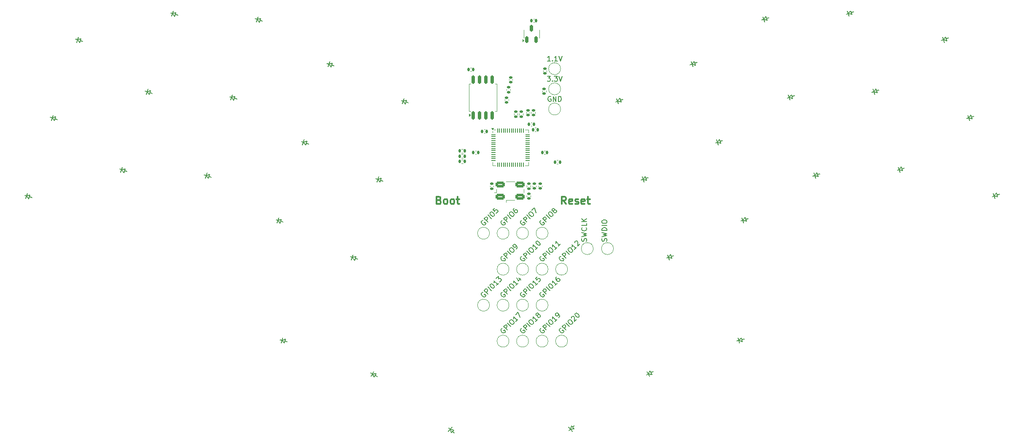
<source format=gbr>
%TF.GenerationSoftware,KiCad,Pcbnew,9.0.6*%
%TF.CreationDate,2025-12-02T23:38:21-05:00*%
%TF.ProjectId,frameortho,6672616d-656f-4727-9468-6f2e6b696361,rev?*%
%TF.SameCoordinates,Original*%
%TF.FileFunction,Legend,Top*%
%TF.FilePolarity,Positive*%
%FSLAX46Y46*%
G04 Gerber Fmt 4.6, Leading zero omitted, Abs format (unit mm)*
G04 Created by KiCad (PCBNEW 9.0.6) date 2025-12-02 23:38:21*
%MOMM*%
%LPD*%
G01*
G04 APERTURE LIST*
G04 Aperture macros list*
%AMRoundRect*
0 Rectangle with rounded corners*
0 $1 Rounding radius*
0 $2 $3 $4 $5 $6 $7 $8 $9 X,Y pos of 4 corners*
0 Add a 4 corners polygon primitive as box body*
4,1,4,$2,$3,$4,$5,$6,$7,$8,$9,$2,$3,0*
0 Add four circle primitives for the rounded corners*
1,1,$1+$1,$2,$3*
1,1,$1+$1,$4,$5*
1,1,$1+$1,$6,$7*
1,1,$1+$1,$8,$9*
0 Add four rect primitives between the rounded corners*
20,1,$1+$1,$2,$3,$4,$5,0*
20,1,$1+$1,$4,$5,$6,$7,0*
20,1,$1+$1,$6,$7,$8,$9,0*
20,1,$1+$1,$8,$9,$2,$3,0*%
G04 Aperture macros list end*
%ADD10C,0.150000*%
%ADD11C,0.300000*%
%ADD12C,0.120000*%
%ADD13C,2.000000*%
%ADD14RoundRect,0.250000X-0.945055X-0.481530X0.481530X-0.945055X0.945055X0.481530X-0.481530X0.945055X0*%
%ADD15RoundRect,0.140000X0.140000X0.170000X-0.140000X0.170000X-0.140000X-0.170000X0.140000X-0.170000X0*%
%ADD16RoundRect,0.225000X-0.134877X-0.416003X0.303590X-0.314775X0.134877X0.416003X-0.303590X0.314775X0*%
%ADD17RoundRect,0.225000X-0.329869X-0.287117X0.098106X-0.426175X0.329869X0.287117X-0.098106X0.426175X0*%
%ADD18RoundRect,0.225000X-0.098106X-0.426175X0.329869X-0.287117X0.098106X0.426175X-0.329869X0.287117X0*%
%ADD19RoundRect,0.135000X-0.135000X-0.185000X0.135000X-0.185000X0.135000X0.185000X-0.135000X0.185000X0*%
%ADD20RoundRect,0.250000X-0.650000X-0.350000X0.650000X-0.350000X0.650000X0.350000X-0.650000X0.350000X0*%
%ADD21RoundRect,0.250000X-0.481530X-0.945055X0.945055X-0.481530X0.481530X0.945055X-0.945055X0.481530X0*%
%ADD22C,2.600000*%
%ADD23C,3.800000*%
%ADD24RoundRect,0.140000X-0.140000X-0.170000X0.140000X-0.170000X0.140000X0.170000X-0.140000X0.170000X0*%
%ADD25RoundRect,0.250000X-0.899491X-0.562064X0.562064X-0.899491X0.899491X0.562064X-0.562064X0.899491X0*%
%ADD26RoundRect,0.135000X0.185000X-0.135000X0.185000X0.135000X-0.185000X0.135000X-0.185000X-0.135000X0*%
%ADD27RoundRect,0.140000X-0.170000X0.140000X-0.170000X-0.140000X0.170000X-0.140000X0.170000X0.140000X0*%
%ADD28RoundRect,0.250000X-0.310107X-1.014314X1.014314X-0.310107X0.310107X1.014314X-1.014314X0.310107X0*%
%ADD29RoundRect,0.225000X-0.420304X-0.120808X-0.091195X-0.427707X0.420304X0.120808X0.091195X0.427707X0*%
%ADD30RoundRect,0.225000X-0.022611X-0.436736X0.374715X-0.225474X0.022611X0.436736X-0.374715X0.225474X0*%
%ADD31RoundRect,0.250000X-0.037017X-1.060014X1.060014X-0.037017X0.037017X1.060014X-1.060014X0.037017X0*%
%ADD32R,1.700000X1.000000*%
%ADD33RoundRect,0.135000X0.135000X0.185000X-0.135000X0.185000X-0.135000X-0.185000X0.135000X-0.185000X0*%
%ADD34RoundRect,0.225000X-0.303590X-0.314775X0.134877X-0.416003X0.303590X0.314775X-0.134877X0.416003X0*%
%ADD35RoundRect,0.225000X-0.374715X-0.225474X0.022611X-0.436736X0.374715X0.225474X-0.022611X0.436736X0*%
%ADD36RoundRect,0.050000X-0.387500X-0.050000X0.387500X-0.050000X0.387500X0.050000X-0.387500X0.050000X0*%
%ADD37RoundRect,0.050000X-0.050000X-0.387500X0.050000X-0.387500X0.050000X0.387500X-0.050000X0.387500X0*%
%ADD38R,3.200000X3.200000*%
%ADD39RoundRect,0.250000X-1.014314X-0.310107X0.310107X-1.014314X1.014314X0.310107X-0.310107X1.014314X0*%
%ADD40RoundRect,0.150000X0.150000X-0.512500X0.150000X0.512500X-0.150000X0.512500X-0.150000X-0.512500X0*%
%ADD41RoundRect,0.140000X0.170000X-0.140000X0.170000X0.140000X-0.170000X0.140000X-0.170000X-0.140000X0*%
%ADD42RoundRect,0.225000X0.091195X-0.427707X0.420304X-0.120808X-0.091195X0.427707X-0.420304X0.120808X0*%
%ADD43RoundRect,0.250000X-1.060014X-0.037017X0.037017X-1.060014X1.060014X0.037017X-0.037017X1.060014X0*%
%ADD44RoundRect,0.162500X0.162500X-0.650000X0.162500X0.650000X-0.162500X0.650000X-0.162500X-0.650000X0*%
%ADD45RoundRect,0.250000X-0.562064X-0.899491X0.899491X-0.562064X0.562064X0.899491X-0.899491X0.562064X0*%
G04 APERTURE END LIST*
D10*
X222348040Y-151265984D02*
X222247025Y-151299656D01*
X222247025Y-151299656D02*
X222146009Y-151400671D01*
X222146009Y-151400671D02*
X222078666Y-151535358D01*
X222078666Y-151535358D02*
X222078666Y-151670046D01*
X222078666Y-151670046D02*
X222112338Y-151771061D01*
X222112338Y-151771061D02*
X222213353Y-151939420D01*
X222213353Y-151939420D02*
X222314368Y-152040435D01*
X222314368Y-152040435D02*
X222482727Y-152141450D01*
X222482727Y-152141450D02*
X222583742Y-152175122D01*
X222583742Y-152175122D02*
X222718429Y-152175122D01*
X222718429Y-152175122D02*
X222853116Y-152107778D01*
X222853116Y-152107778D02*
X222920460Y-152040435D01*
X222920460Y-152040435D02*
X222987803Y-151905748D01*
X222987803Y-151905748D02*
X222987803Y-151838404D01*
X222987803Y-151838404D02*
X222752101Y-151602702D01*
X222752101Y-151602702D02*
X222617414Y-151737389D01*
X223358192Y-151602702D02*
X222651086Y-150895595D01*
X222651086Y-150895595D02*
X222920460Y-150626221D01*
X222920460Y-150626221D02*
X223021475Y-150592549D01*
X223021475Y-150592549D02*
X223088818Y-150592549D01*
X223088818Y-150592549D02*
X223189834Y-150626221D01*
X223189834Y-150626221D02*
X223290849Y-150727236D01*
X223290849Y-150727236D02*
X223324521Y-150828252D01*
X223324521Y-150828252D02*
X223324521Y-150895595D01*
X223324521Y-150895595D02*
X223290849Y-150996610D01*
X223290849Y-150996610D02*
X223021475Y-151265984D01*
X224065299Y-150895595D02*
X223358192Y-150188488D01*
X223829597Y-149717084D02*
X223964284Y-149582397D01*
X223964284Y-149582397D02*
X224065299Y-149548725D01*
X224065299Y-149548725D02*
X224199986Y-149548725D01*
X224199986Y-149548725D02*
X224368345Y-149649741D01*
X224368345Y-149649741D02*
X224604047Y-149885443D01*
X224604047Y-149885443D02*
X224705062Y-150053802D01*
X224705062Y-150053802D02*
X224705062Y-150188489D01*
X224705062Y-150188489D02*
X224671390Y-150289504D01*
X224671390Y-150289504D02*
X224536703Y-150424191D01*
X224536703Y-150424191D02*
X224435688Y-150457863D01*
X224435688Y-150457863D02*
X224301001Y-150457863D01*
X224301001Y-150457863D02*
X224132642Y-150356848D01*
X224132642Y-150356848D02*
X223896940Y-150121145D01*
X223896940Y-150121145D02*
X223795925Y-149952787D01*
X223795925Y-149952787D02*
X223795925Y-149818100D01*
X223795925Y-149818100D02*
X223829597Y-149717084D01*
X224469360Y-149212008D02*
X224469360Y-149144665D01*
X224469360Y-149144665D02*
X224503032Y-149043649D01*
X224503032Y-149043649D02*
X224671390Y-148875291D01*
X224671390Y-148875291D02*
X224772406Y-148841619D01*
X224772406Y-148841619D02*
X224839749Y-148841619D01*
X224839749Y-148841619D02*
X224940764Y-148875291D01*
X224940764Y-148875291D02*
X225008108Y-148942634D01*
X225008108Y-148942634D02*
X225075451Y-149077321D01*
X225075451Y-149077321D02*
X225075451Y-149885443D01*
X225075451Y-149885443D02*
X225513184Y-149447710D01*
X225243810Y-148302871D02*
X225311154Y-148235527D01*
X225311154Y-148235527D02*
X225412169Y-148201855D01*
X225412169Y-148201855D02*
X225479512Y-148201855D01*
X225479512Y-148201855D02*
X225580528Y-148235527D01*
X225580528Y-148235527D02*
X225748886Y-148336542D01*
X225748886Y-148336542D02*
X225917245Y-148504901D01*
X225917245Y-148504901D02*
X226018260Y-148673260D01*
X226018260Y-148673260D02*
X226051932Y-148774275D01*
X226051932Y-148774275D02*
X226051932Y-148841619D01*
X226051932Y-148841619D02*
X226018260Y-148942634D01*
X226018260Y-148942634D02*
X225950917Y-149009977D01*
X225950917Y-149009977D02*
X225849902Y-149043649D01*
X225849902Y-149043649D02*
X225782558Y-149043649D01*
X225782558Y-149043649D02*
X225681543Y-149009977D01*
X225681543Y-149009977D02*
X225513184Y-148908962D01*
X225513184Y-148908962D02*
X225344825Y-148740603D01*
X225344825Y-148740603D02*
X225243810Y-148572245D01*
X225243810Y-148572245D02*
X225210138Y-148471229D01*
X225210138Y-148471229D02*
X225210138Y-148403886D01*
X225210138Y-148403886D02*
X225243810Y-148302871D01*
X214513042Y-144034873D02*
X214412027Y-144068545D01*
X214412027Y-144068545D02*
X214311011Y-144169560D01*
X214311011Y-144169560D02*
X214243668Y-144304247D01*
X214243668Y-144304247D02*
X214243668Y-144438935D01*
X214243668Y-144438935D02*
X214277340Y-144539950D01*
X214277340Y-144539950D02*
X214378355Y-144708309D01*
X214378355Y-144708309D02*
X214479370Y-144809324D01*
X214479370Y-144809324D02*
X214647729Y-144910339D01*
X214647729Y-144910339D02*
X214748744Y-144944011D01*
X214748744Y-144944011D02*
X214883431Y-144944011D01*
X214883431Y-144944011D02*
X215018118Y-144876667D01*
X215018118Y-144876667D02*
X215085462Y-144809324D01*
X215085462Y-144809324D02*
X215152805Y-144674637D01*
X215152805Y-144674637D02*
X215152805Y-144607293D01*
X215152805Y-144607293D02*
X214917103Y-144371591D01*
X214917103Y-144371591D02*
X214782416Y-144506278D01*
X215523194Y-144371591D02*
X214816088Y-143664484D01*
X214816088Y-143664484D02*
X215085462Y-143395110D01*
X215085462Y-143395110D02*
X215186477Y-143361438D01*
X215186477Y-143361438D02*
X215253820Y-143361438D01*
X215253820Y-143361438D02*
X215354836Y-143395110D01*
X215354836Y-143395110D02*
X215455851Y-143496125D01*
X215455851Y-143496125D02*
X215489523Y-143597141D01*
X215489523Y-143597141D02*
X215489523Y-143664484D01*
X215489523Y-143664484D02*
X215455851Y-143765499D01*
X215455851Y-143765499D02*
X215186477Y-144034873D01*
X216230301Y-143664484D02*
X215523194Y-142957377D01*
X215994599Y-142485973D02*
X216129286Y-142351286D01*
X216129286Y-142351286D02*
X216230301Y-142317614D01*
X216230301Y-142317614D02*
X216364988Y-142317614D01*
X216364988Y-142317614D02*
X216533347Y-142418630D01*
X216533347Y-142418630D02*
X216769049Y-142654332D01*
X216769049Y-142654332D02*
X216870064Y-142822691D01*
X216870064Y-142822691D02*
X216870064Y-142957378D01*
X216870064Y-142957378D02*
X216836392Y-143058393D01*
X216836392Y-143058393D02*
X216701705Y-143193080D01*
X216701705Y-143193080D02*
X216600690Y-143226752D01*
X216600690Y-143226752D02*
X216466003Y-143226752D01*
X216466003Y-143226752D02*
X216297644Y-143125737D01*
X216297644Y-143125737D02*
X216061942Y-142890034D01*
X216061942Y-142890034D02*
X215960927Y-142721676D01*
X215960927Y-142721676D02*
X215960927Y-142586989D01*
X215960927Y-142586989D02*
X215994599Y-142485973D01*
X217678186Y-142216599D02*
X217274125Y-142620660D01*
X217476156Y-142418630D02*
X216769049Y-141711523D01*
X216769049Y-141711523D02*
X216802721Y-141879882D01*
X216802721Y-141879882D02*
X216802721Y-142014569D01*
X216802721Y-142014569D02*
X216769049Y-142115584D01*
X217610843Y-140869729D02*
X217274125Y-141206447D01*
X217274125Y-141206447D02*
X217577171Y-141576836D01*
X217577171Y-141576836D02*
X217577171Y-141509492D01*
X217577171Y-141509492D02*
X217610843Y-141408477D01*
X217610843Y-141408477D02*
X217779201Y-141240118D01*
X217779201Y-141240118D02*
X217880217Y-141206447D01*
X217880217Y-141206447D02*
X217947560Y-141206447D01*
X217947560Y-141206447D02*
X218048575Y-141240118D01*
X218048575Y-141240118D02*
X218216934Y-141408477D01*
X218216934Y-141408477D02*
X218250606Y-141509492D01*
X218250606Y-141509492D02*
X218250606Y-141576836D01*
X218250606Y-141576836D02*
X218216934Y-141677851D01*
X218216934Y-141677851D02*
X218048575Y-141846210D01*
X218048575Y-141846210D02*
X217947560Y-141879882D01*
X217947560Y-141879882D02*
X217880217Y-141879882D01*
X218430541Y-129572651D02*
X218329526Y-129606323D01*
X218329526Y-129606323D02*
X218228510Y-129707338D01*
X218228510Y-129707338D02*
X218161167Y-129842025D01*
X218161167Y-129842025D02*
X218161167Y-129976713D01*
X218161167Y-129976713D02*
X218194839Y-130077728D01*
X218194839Y-130077728D02*
X218295854Y-130246087D01*
X218295854Y-130246087D02*
X218396869Y-130347102D01*
X218396869Y-130347102D02*
X218565228Y-130448117D01*
X218565228Y-130448117D02*
X218666243Y-130481789D01*
X218666243Y-130481789D02*
X218800930Y-130481789D01*
X218800930Y-130481789D02*
X218935617Y-130414445D01*
X218935617Y-130414445D02*
X219002961Y-130347102D01*
X219002961Y-130347102D02*
X219070304Y-130212415D01*
X219070304Y-130212415D02*
X219070304Y-130145071D01*
X219070304Y-130145071D02*
X218834602Y-129909369D01*
X218834602Y-129909369D02*
X218699915Y-130044056D01*
X219440693Y-129909369D02*
X218733587Y-129202262D01*
X218733587Y-129202262D02*
X219002961Y-128932888D01*
X219002961Y-128932888D02*
X219103976Y-128899216D01*
X219103976Y-128899216D02*
X219171319Y-128899216D01*
X219171319Y-128899216D02*
X219272335Y-128932888D01*
X219272335Y-128932888D02*
X219373350Y-129033903D01*
X219373350Y-129033903D02*
X219407022Y-129134919D01*
X219407022Y-129134919D02*
X219407022Y-129202262D01*
X219407022Y-129202262D02*
X219373350Y-129303277D01*
X219373350Y-129303277D02*
X219103976Y-129572651D01*
X220147800Y-129202262D02*
X219440693Y-128495155D01*
X219912098Y-128023751D02*
X220046785Y-127889064D01*
X220046785Y-127889064D02*
X220147800Y-127855392D01*
X220147800Y-127855392D02*
X220282487Y-127855392D01*
X220282487Y-127855392D02*
X220450846Y-127956408D01*
X220450846Y-127956408D02*
X220686548Y-128192110D01*
X220686548Y-128192110D02*
X220787563Y-128360469D01*
X220787563Y-128360469D02*
X220787563Y-128495156D01*
X220787563Y-128495156D02*
X220753891Y-128596171D01*
X220753891Y-128596171D02*
X220619204Y-128730858D01*
X220619204Y-128730858D02*
X220518189Y-128764530D01*
X220518189Y-128764530D02*
X220383502Y-128764530D01*
X220383502Y-128764530D02*
X220215143Y-128663515D01*
X220215143Y-128663515D02*
X219979441Y-128427812D01*
X219979441Y-128427812D02*
X219878426Y-128259454D01*
X219878426Y-128259454D02*
X219878426Y-128124767D01*
X219878426Y-128124767D02*
X219912098Y-128023751D01*
X220922250Y-127619690D02*
X220821235Y-127653362D01*
X220821235Y-127653362D02*
X220753891Y-127653362D01*
X220753891Y-127653362D02*
X220652876Y-127619690D01*
X220652876Y-127619690D02*
X220619204Y-127586019D01*
X220619204Y-127586019D02*
X220585533Y-127485003D01*
X220585533Y-127485003D02*
X220585533Y-127417660D01*
X220585533Y-127417660D02*
X220619204Y-127316645D01*
X220619204Y-127316645D02*
X220753891Y-127181958D01*
X220753891Y-127181958D02*
X220854907Y-127148286D01*
X220854907Y-127148286D02*
X220922250Y-127148286D01*
X220922250Y-127148286D02*
X221023265Y-127181958D01*
X221023265Y-127181958D02*
X221056937Y-127215629D01*
X221056937Y-127215629D02*
X221090609Y-127316645D01*
X221090609Y-127316645D02*
X221090609Y-127383988D01*
X221090609Y-127383988D02*
X221056937Y-127485003D01*
X221056937Y-127485003D02*
X220922250Y-127619690D01*
X220922250Y-127619690D02*
X220888578Y-127720706D01*
X220888578Y-127720706D02*
X220888578Y-127788049D01*
X220888578Y-127788049D02*
X220922250Y-127889064D01*
X220922250Y-127889064D02*
X221056937Y-128023751D01*
X221056937Y-128023751D02*
X221157952Y-128057423D01*
X221157952Y-128057423D02*
X221225296Y-128057423D01*
X221225296Y-128057423D02*
X221326311Y-128023751D01*
X221326311Y-128023751D02*
X221460998Y-127889064D01*
X221460998Y-127889064D02*
X221494670Y-127788049D01*
X221494670Y-127788049D02*
X221494670Y-127720706D01*
X221494670Y-127720706D02*
X221460998Y-127619690D01*
X221460998Y-127619690D02*
X221326311Y-127485003D01*
X221326311Y-127485003D02*
X221225296Y-127451332D01*
X221225296Y-127451332D02*
X221157952Y-127451332D01*
X221157952Y-127451332D02*
X221056937Y-127485003D01*
X214513041Y-129572651D02*
X214412026Y-129606323D01*
X214412026Y-129606323D02*
X214311010Y-129707338D01*
X214311010Y-129707338D02*
X214243667Y-129842025D01*
X214243667Y-129842025D02*
X214243667Y-129976713D01*
X214243667Y-129976713D02*
X214277339Y-130077728D01*
X214277339Y-130077728D02*
X214378354Y-130246087D01*
X214378354Y-130246087D02*
X214479369Y-130347102D01*
X214479369Y-130347102D02*
X214647728Y-130448117D01*
X214647728Y-130448117D02*
X214748743Y-130481789D01*
X214748743Y-130481789D02*
X214883430Y-130481789D01*
X214883430Y-130481789D02*
X215018117Y-130414445D01*
X215018117Y-130414445D02*
X215085461Y-130347102D01*
X215085461Y-130347102D02*
X215152804Y-130212415D01*
X215152804Y-130212415D02*
X215152804Y-130145071D01*
X215152804Y-130145071D02*
X214917102Y-129909369D01*
X214917102Y-129909369D02*
X214782415Y-130044056D01*
X215523193Y-129909369D02*
X214816087Y-129202262D01*
X214816087Y-129202262D02*
X215085461Y-128932888D01*
X215085461Y-128932888D02*
X215186476Y-128899216D01*
X215186476Y-128899216D02*
X215253819Y-128899216D01*
X215253819Y-128899216D02*
X215354835Y-128932888D01*
X215354835Y-128932888D02*
X215455850Y-129033903D01*
X215455850Y-129033903D02*
X215489522Y-129134919D01*
X215489522Y-129134919D02*
X215489522Y-129202262D01*
X215489522Y-129202262D02*
X215455850Y-129303277D01*
X215455850Y-129303277D02*
X215186476Y-129572651D01*
X216230300Y-129202262D02*
X215523193Y-128495155D01*
X215994598Y-128023751D02*
X216129285Y-127889064D01*
X216129285Y-127889064D02*
X216230300Y-127855392D01*
X216230300Y-127855392D02*
X216364987Y-127855392D01*
X216364987Y-127855392D02*
X216533346Y-127956408D01*
X216533346Y-127956408D02*
X216769048Y-128192110D01*
X216769048Y-128192110D02*
X216870063Y-128360469D01*
X216870063Y-128360469D02*
X216870063Y-128495156D01*
X216870063Y-128495156D02*
X216836391Y-128596171D01*
X216836391Y-128596171D02*
X216701704Y-128730858D01*
X216701704Y-128730858D02*
X216600689Y-128764530D01*
X216600689Y-128764530D02*
X216466002Y-128764530D01*
X216466002Y-128764530D02*
X216297643Y-128663515D01*
X216297643Y-128663515D02*
X216061941Y-128427812D01*
X216061941Y-128427812D02*
X215960926Y-128259454D01*
X215960926Y-128259454D02*
X215960926Y-128124767D01*
X215960926Y-128124767D02*
X215994598Y-128023751D01*
X216533346Y-127485003D02*
X217004750Y-127013599D01*
X217004750Y-127013599D02*
X217408811Y-128023751D01*
X218430539Y-151265984D02*
X218329524Y-151299656D01*
X218329524Y-151299656D02*
X218228508Y-151400671D01*
X218228508Y-151400671D02*
X218161165Y-151535358D01*
X218161165Y-151535358D02*
X218161165Y-151670046D01*
X218161165Y-151670046D02*
X218194837Y-151771061D01*
X218194837Y-151771061D02*
X218295852Y-151939420D01*
X218295852Y-151939420D02*
X218396867Y-152040435D01*
X218396867Y-152040435D02*
X218565226Y-152141450D01*
X218565226Y-152141450D02*
X218666241Y-152175122D01*
X218666241Y-152175122D02*
X218800928Y-152175122D01*
X218800928Y-152175122D02*
X218935615Y-152107778D01*
X218935615Y-152107778D02*
X219002959Y-152040435D01*
X219002959Y-152040435D02*
X219070302Y-151905748D01*
X219070302Y-151905748D02*
X219070302Y-151838404D01*
X219070302Y-151838404D02*
X218834600Y-151602702D01*
X218834600Y-151602702D02*
X218699913Y-151737389D01*
X219440691Y-151602702D02*
X218733585Y-150895595D01*
X218733585Y-150895595D02*
X219002959Y-150626221D01*
X219002959Y-150626221D02*
X219103974Y-150592549D01*
X219103974Y-150592549D02*
X219171317Y-150592549D01*
X219171317Y-150592549D02*
X219272333Y-150626221D01*
X219272333Y-150626221D02*
X219373348Y-150727236D01*
X219373348Y-150727236D02*
X219407020Y-150828252D01*
X219407020Y-150828252D02*
X219407020Y-150895595D01*
X219407020Y-150895595D02*
X219373348Y-150996610D01*
X219373348Y-150996610D02*
X219103974Y-151265984D01*
X220147798Y-150895595D02*
X219440691Y-150188488D01*
X219912096Y-149717084D02*
X220046783Y-149582397D01*
X220046783Y-149582397D02*
X220147798Y-149548725D01*
X220147798Y-149548725D02*
X220282485Y-149548725D01*
X220282485Y-149548725D02*
X220450844Y-149649741D01*
X220450844Y-149649741D02*
X220686546Y-149885443D01*
X220686546Y-149885443D02*
X220787561Y-150053802D01*
X220787561Y-150053802D02*
X220787561Y-150188489D01*
X220787561Y-150188489D02*
X220753889Y-150289504D01*
X220753889Y-150289504D02*
X220619202Y-150424191D01*
X220619202Y-150424191D02*
X220518187Y-150457863D01*
X220518187Y-150457863D02*
X220383500Y-150457863D01*
X220383500Y-150457863D02*
X220215141Y-150356848D01*
X220215141Y-150356848D02*
X219979439Y-150121145D01*
X219979439Y-150121145D02*
X219878424Y-149952787D01*
X219878424Y-149952787D02*
X219878424Y-149818100D01*
X219878424Y-149818100D02*
X219912096Y-149717084D01*
X221595683Y-149447710D02*
X221191622Y-149851771D01*
X221393653Y-149649741D02*
X220686546Y-148942634D01*
X220686546Y-148942634D02*
X220720218Y-149110993D01*
X220720218Y-149110993D02*
X220720218Y-149245680D01*
X220720218Y-149245680D02*
X220686546Y-149346695D01*
X221932401Y-149110993D02*
X222067088Y-148976306D01*
X222067088Y-148976306D02*
X222100759Y-148875290D01*
X222100759Y-148875290D02*
X222100759Y-148807947D01*
X222100759Y-148807947D02*
X222067088Y-148639588D01*
X222067088Y-148639588D02*
X221966072Y-148471229D01*
X221966072Y-148471229D02*
X221696698Y-148201855D01*
X221696698Y-148201855D02*
X221595683Y-148168184D01*
X221595683Y-148168184D02*
X221528340Y-148168184D01*
X221528340Y-148168184D02*
X221427324Y-148201855D01*
X221427324Y-148201855D02*
X221292637Y-148336542D01*
X221292637Y-148336542D02*
X221258966Y-148437558D01*
X221258966Y-148437558D02*
X221258966Y-148504901D01*
X221258966Y-148504901D02*
X221292637Y-148605916D01*
X221292637Y-148605916D02*
X221460996Y-148774275D01*
X221460996Y-148774275D02*
X221562011Y-148807947D01*
X221562011Y-148807947D02*
X221629355Y-148807947D01*
X221629355Y-148807947D02*
X221730370Y-148774275D01*
X221730370Y-148774275D02*
X221865057Y-148639588D01*
X221865057Y-148639588D02*
X221898729Y-148538573D01*
X221898729Y-148538573D02*
X221898729Y-148471229D01*
X221898729Y-148471229D02*
X221865057Y-148370214D01*
X206678041Y-129572651D02*
X206577026Y-129606323D01*
X206577026Y-129606323D02*
X206476010Y-129707338D01*
X206476010Y-129707338D02*
X206408667Y-129842025D01*
X206408667Y-129842025D02*
X206408667Y-129976713D01*
X206408667Y-129976713D02*
X206442339Y-130077728D01*
X206442339Y-130077728D02*
X206543354Y-130246087D01*
X206543354Y-130246087D02*
X206644369Y-130347102D01*
X206644369Y-130347102D02*
X206812728Y-130448117D01*
X206812728Y-130448117D02*
X206913743Y-130481789D01*
X206913743Y-130481789D02*
X207048430Y-130481789D01*
X207048430Y-130481789D02*
X207183117Y-130414445D01*
X207183117Y-130414445D02*
X207250461Y-130347102D01*
X207250461Y-130347102D02*
X207317804Y-130212415D01*
X207317804Y-130212415D02*
X207317804Y-130145071D01*
X207317804Y-130145071D02*
X207082102Y-129909369D01*
X207082102Y-129909369D02*
X206947415Y-130044056D01*
X207688193Y-129909369D02*
X206981087Y-129202262D01*
X206981087Y-129202262D02*
X207250461Y-128932888D01*
X207250461Y-128932888D02*
X207351476Y-128899216D01*
X207351476Y-128899216D02*
X207418819Y-128899216D01*
X207418819Y-128899216D02*
X207519835Y-128932888D01*
X207519835Y-128932888D02*
X207620850Y-129033903D01*
X207620850Y-129033903D02*
X207654522Y-129134919D01*
X207654522Y-129134919D02*
X207654522Y-129202262D01*
X207654522Y-129202262D02*
X207620850Y-129303277D01*
X207620850Y-129303277D02*
X207351476Y-129572651D01*
X208395300Y-129202262D02*
X207688193Y-128495155D01*
X208159598Y-128023751D02*
X208294285Y-127889064D01*
X208294285Y-127889064D02*
X208395300Y-127855392D01*
X208395300Y-127855392D02*
X208529987Y-127855392D01*
X208529987Y-127855392D02*
X208698346Y-127956408D01*
X208698346Y-127956408D02*
X208934048Y-128192110D01*
X208934048Y-128192110D02*
X209035063Y-128360469D01*
X209035063Y-128360469D02*
X209035063Y-128495156D01*
X209035063Y-128495156D02*
X209001391Y-128596171D01*
X209001391Y-128596171D02*
X208866704Y-128730858D01*
X208866704Y-128730858D02*
X208765689Y-128764530D01*
X208765689Y-128764530D02*
X208631002Y-128764530D01*
X208631002Y-128764530D02*
X208462643Y-128663515D01*
X208462643Y-128663515D02*
X208226941Y-128427812D01*
X208226941Y-128427812D02*
X208125926Y-128259454D01*
X208125926Y-128259454D02*
X208125926Y-128124767D01*
X208125926Y-128124767D02*
X208159598Y-128023751D01*
X209102407Y-127080942D02*
X208765689Y-127417660D01*
X208765689Y-127417660D02*
X209068735Y-127788049D01*
X209068735Y-127788049D02*
X209068735Y-127720706D01*
X209068735Y-127720706D02*
X209102407Y-127619690D01*
X209102407Y-127619690D02*
X209270765Y-127451332D01*
X209270765Y-127451332D02*
X209371781Y-127417660D01*
X209371781Y-127417660D02*
X209439124Y-127417660D01*
X209439124Y-127417660D02*
X209540139Y-127451332D01*
X209540139Y-127451332D02*
X209708498Y-127619690D01*
X209708498Y-127619690D02*
X209742170Y-127720706D01*
X209742170Y-127720706D02*
X209742170Y-127788049D01*
X209742170Y-127788049D02*
X209708498Y-127889064D01*
X209708498Y-127889064D02*
X209540139Y-128057423D01*
X209540139Y-128057423D02*
X209439124Y-128091095D01*
X209439124Y-128091095D02*
X209371781Y-128091095D01*
X218430542Y-136803762D02*
X218329527Y-136837434D01*
X218329527Y-136837434D02*
X218228511Y-136938449D01*
X218228511Y-136938449D02*
X218161168Y-137073136D01*
X218161168Y-137073136D02*
X218161168Y-137207824D01*
X218161168Y-137207824D02*
X218194840Y-137308839D01*
X218194840Y-137308839D02*
X218295855Y-137477198D01*
X218295855Y-137477198D02*
X218396870Y-137578213D01*
X218396870Y-137578213D02*
X218565229Y-137679228D01*
X218565229Y-137679228D02*
X218666244Y-137712900D01*
X218666244Y-137712900D02*
X218800931Y-137712900D01*
X218800931Y-137712900D02*
X218935618Y-137645556D01*
X218935618Y-137645556D02*
X219002962Y-137578213D01*
X219002962Y-137578213D02*
X219070305Y-137443526D01*
X219070305Y-137443526D02*
X219070305Y-137376182D01*
X219070305Y-137376182D02*
X218834603Y-137140480D01*
X218834603Y-137140480D02*
X218699916Y-137275167D01*
X219440694Y-137140480D02*
X218733588Y-136433373D01*
X218733588Y-136433373D02*
X219002962Y-136163999D01*
X219002962Y-136163999D02*
X219103977Y-136130327D01*
X219103977Y-136130327D02*
X219171320Y-136130327D01*
X219171320Y-136130327D02*
X219272336Y-136163999D01*
X219272336Y-136163999D02*
X219373351Y-136265014D01*
X219373351Y-136265014D02*
X219407023Y-136366030D01*
X219407023Y-136366030D02*
X219407023Y-136433373D01*
X219407023Y-136433373D02*
X219373351Y-136534388D01*
X219373351Y-136534388D02*
X219103977Y-136803762D01*
X220147801Y-136433373D02*
X219440694Y-135726266D01*
X219912099Y-135254862D02*
X220046786Y-135120175D01*
X220046786Y-135120175D02*
X220147801Y-135086503D01*
X220147801Y-135086503D02*
X220282488Y-135086503D01*
X220282488Y-135086503D02*
X220450847Y-135187519D01*
X220450847Y-135187519D02*
X220686549Y-135423221D01*
X220686549Y-135423221D02*
X220787564Y-135591580D01*
X220787564Y-135591580D02*
X220787564Y-135726267D01*
X220787564Y-135726267D02*
X220753892Y-135827282D01*
X220753892Y-135827282D02*
X220619205Y-135961969D01*
X220619205Y-135961969D02*
X220518190Y-135995641D01*
X220518190Y-135995641D02*
X220383503Y-135995641D01*
X220383503Y-135995641D02*
X220215144Y-135894626D01*
X220215144Y-135894626D02*
X219979442Y-135658923D01*
X219979442Y-135658923D02*
X219878427Y-135490565D01*
X219878427Y-135490565D02*
X219878427Y-135355878D01*
X219878427Y-135355878D02*
X219912099Y-135254862D01*
X221595686Y-134985488D02*
X221191625Y-135389549D01*
X221393656Y-135187519D02*
X220686549Y-134480412D01*
X220686549Y-134480412D02*
X220720221Y-134648771D01*
X220720221Y-134648771D02*
X220720221Y-134783458D01*
X220720221Y-134783458D02*
X220686549Y-134884473D01*
X222269121Y-134312053D02*
X221865060Y-134716114D01*
X222067091Y-134514084D02*
X221359984Y-133806977D01*
X221359984Y-133806977D02*
X221393656Y-133975336D01*
X221393656Y-133975336D02*
X221393656Y-134110023D01*
X221393656Y-134110023D02*
X221359984Y-134211038D01*
X231542200Y-133750839D02*
X231589819Y-133607982D01*
X231589819Y-133607982D02*
X231589819Y-133369887D01*
X231589819Y-133369887D02*
X231542200Y-133274649D01*
X231542200Y-133274649D02*
X231494580Y-133227030D01*
X231494580Y-133227030D02*
X231399342Y-133179411D01*
X231399342Y-133179411D02*
X231304104Y-133179411D01*
X231304104Y-133179411D02*
X231208866Y-133227030D01*
X231208866Y-133227030D02*
X231161247Y-133274649D01*
X231161247Y-133274649D02*
X231113628Y-133369887D01*
X231113628Y-133369887D02*
X231066009Y-133560363D01*
X231066009Y-133560363D02*
X231018390Y-133655601D01*
X231018390Y-133655601D02*
X230970771Y-133703220D01*
X230970771Y-133703220D02*
X230875533Y-133750839D01*
X230875533Y-133750839D02*
X230780295Y-133750839D01*
X230780295Y-133750839D02*
X230685057Y-133703220D01*
X230685057Y-133703220D02*
X230637438Y-133655601D01*
X230637438Y-133655601D02*
X230589819Y-133560363D01*
X230589819Y-133560363D02*
X230589819Y-133322268D01*
X230589819Y-133322268D02*
X230637438Y-133179411D01*
X230589819Y-132846077D02*
X231589819Y-132607982D01*
X231589819Y-132607982D02*
X230875533Y-132417506D01*
X230875533Y-132417506D02*
X231589819Y-132227030D01*
X231589819Y-132227030D02*
X230589819Y-131988935D01*
X231589819Y-131607982D02*
X230589819Y-131607982D01*
X230589819Y-131607982D02*
X230589819Y-131369887D01*
X230589819Y-131369887D02*
X230637438Y-131227030D01*
X230637438Y-131227030D02*
X230732676Y-131131792D01*
X230732676Y-131131792D02*
X230827914Y-131084173D01*
X230827914Y-131084173D02*
X231018390Y-131036554D01*
X231018390Y-131036554D02*
X231161247Y-131036554D01*
X231161247Y-131036554D02*
X231351723Y-131084173D01*
X231351723Y-131084173D02*
X231446961Y-131131792D01*
X231446961Y-131131792D02*
X231542200Y-131227030D01*
X231542200Y-131227030D02*
X231589819Y-131369887D01*
X231589819Y-131369887D02*
X231589819Y-131607982D01*
X231589819Y-130607982D02*
X230589819Y-130607982D01*
X230589819Y-129941316D02*
X230589819Y-129750840D01*
X230589819Y-129750840D02*
X230637438Y-129655602D01*
X230637438Y-129655602D02*
X230732676Y-129560364D01*
X230732676Y-129560364D02*
X230923152Y-129512745D01*
X230923152Y-129512745D02*
X231256485Y-129512745D01*
X231256485Y-129512745D02*
X231446961Y-129560364D01*
X231446961Y-129560364D02*
X231542200Y-129655602D01*
X231542200Y-129655602D02*
X231589819Y-129750840D01*
X231589819Y-129750840D02*
X231589819Y-129941316D01*
X231589819Y-129941316D02*
X231542200Y-130036554D01*
X231542200Y-130036554D02*
X231446961Y-130131792D01*
X231446961Y-130131792D02*
X231256485Y-130179411D01*
X231256485Y-130179411D02*
X230923152Y-130179411D01*
X230923152Y-130179411D02*
X230732676Y-130131792D01*
X230732676Y-130131792D02*
X230637438Y-130036554D01*
X230637438Y-130036554D02*
X230589819Y-129941316D01*
D11*
X223407653Y-126292828D02*
X222907653Y-125578542D01*
X222550510Y-126292828D02*
X222550510Y-124792828D01*
X222550510Y-124792828D02*
X223121939Y-124792828D01*
X223121939Y-124792828D02*
X223264796Y-124864257D01*
X223264796Y-124864257D02*
X223336225Y-124935685D01*
X223336225Y-124935685D02*
X223407653Y-125078542D01*
X223407653Y-125078542D02*
X223407653Y-125292828D01*
X223407653Y-125292828D02*
X223336225Y-125435685D01*
X223336225Y-125435685D02*
X223264796Y-125507114D01*
X223264796Y-125507114D02*
X223121939Y-125578542D01*
X223121939Y-125578542D02*
X222550510Y-125578542D01*
X224621939Y-126221400D02*
X224479082Y-126292828D01*
X224479082Y-126292828D02*
X224193368Y-126292828D01*
X224193368Y-126292828D02*
X224050510Y-126221400D01*
X224050510Y-126221400D02*
X223979082Y-126078542D01*
X223979082Y-126078542D02*
X223979082Y-125507114D01*
X223979082Y-125507114D02*
X224050510Y-125364257D01*
X224050510Y-125364257D02*
X224193368Y-125292828D01*
X224193368Y-125292828D02*
X224479082Y-125292828D01*
X224479082Y-125292828D02*
X224621939Y-125364257D01*
X224621939Y-125364257D02*
X224693368Y-125507114D01*
X224693368Y-125507114D02*
X224693368Y-125649971D01*
X224693368Y-125649971D02*
X223979082Y-125792828D01*
X225264796Y-126221400D02*
X225407653Y-126292828D01*
X225407653Y-126292828D02*
X225693367Y-126292828D01*
X225693367Y-126292828D02*
X225836224Y-126221400D01*
X225836224Y-126221400D02*
X225907653Y-126078542D01*
X225907653Y-126078542D02*
X225907653Y-126007114D01*
X225907653Y-126007114D02*
X225836224Y-125864257D01*
X225836224Y-125864257D02*
X225693367Y-125792828D01*
X225693367Y-125792828D02*
X225479082Y-125792828D01*
X225479082Y-125792828D02*
X225336224Y-125721400D01*
X225336224Y-125721400D02*
X225264796Y-125578542D01*
X225264796Y-125578542D02*
X225264796Y-125507114D01*
X225264796Y-125507114D02*
X225336224Y-125364257D01*
X225336224Y-125364257D02*
X225479082Y-125292828D01*
X225479082Y-125292828D02*
X225693367Y-125292828D01*
X225693367Y-125292828D02*
X225836224Y-125364257D01*
X227121939Y-126221400D02*
X226979082Y-126292828D01*
X226979082Y-126292828D02*
X226693368Y-126292828D01*
X226693368Y-126292828D02*
X226550510Y-126221400D01*
X226550510Y-126221400D02*
X226479082Y-126078542D01*
X226479082Y-126078542D02*
X226479082Y-125507114D01*
X226479082Y-125507114D02*
X226550510Y-125364257D01*
X226550510Y-125364257D02*
X226693368Y-125292828D01*
X226693368Y-125292828D02*
X226979082Y-125292828D01*
X226979082Y-125292828D02*
X227121939Y-125364257D01*
X227121939Y-125364257D02*
X227193368Y-125507114D01*
X227193368Y-125507114D02*
X227193368Y-125649971D01*
X227193368Y-125649971D02*
X226479082Y-125792828D01*
X227621939Y-125292828D02*
X228193367Y-125292828D01*
X227836224Y-124792828D02*
X227836224Y-126078542D01*
X227836224Y-126078542D02*
X227907653Y-126221400D01*
X227907653Y-126221400D02*
X228050510Y-126292828D01*
X228050510Y-126292828D02*
X228193367Y-126292828D01*
D10*
X206678043Y-144034873D02*
X206577028Y-144068545D01*
X206577028Y-144068545D02*
X206476012Y-144169560D01*
X206476012Y-144169560D02*
X206408669Y-144304247D01*
X206408669Y-144304247D02*
X206408669Y-144438935D01*
X206408669Y-144438935D02*
X206442341Y-144539950D01*
X206442341Y-144539950D02*
X206543356Y-144708309D01*
X206543356Y-144708309D02*
X206644371Y-144809324D01*
X206644371Y-144809324D02*
X206812730Y-144910339D01*
X206812730Y-144910339D02*
X206913745Y-144944011D01*
X206913745Y-144944011D02*
X207048432Y-144944011D01*
X207048432Y-144944011D02*
X207183119Y-144876667D01*
X207183119Y-144876667D02*
X207250463Y-144809324D01*
X207250463Y-144809324D02*
X207317806Y-144674637D01*
X207317806Y-144674637D02*
X207317806Y-144607293D01*
X207317806Y-144607293D02*
X207082104Y-144371591D01*
X207082104Y-144371591D02*
X206947417Y-144506278D01*
X207688195Y-144371591D02*
X206981089Y-143664484D01*
X206981089Y-143664484D02*
X207250463Y-143395110D01*
X207250463Y-143395110D02*
X207351478Y-143361438D01*
X207351478Y-143361438D02*
X207418821Y-143361438D01*
X207418821Y-143361438D02*
X207519837Y-143395110D01*
X207519837Y-143395110D02*
X207620852Y-143496125D01*
X207620852Y-143496125D02*
X207654524Y-143597141D01*
X207654524Y-143597141D02*
X207654524Y-143664484D01*
X207654524Y-143664484D02*
X207620852Y-143765499D01*
X207620852Y-143765499D02*
X207351478Y-144034873D01*
X208395302Y-143664484D02*
X207688195Y-142957377D01*
X208159600Y-142485973D02*
X208294287Y-142351286D01*
X208294287Y-142351286D02*
X208395302Y-142317614D01*
X208395302Y-142317614D02*
X208529989Y-142317614D01*
X208529989Y-142317614D02*
X208698348Y-142418630D01*
X208698348Y-142418630D02*
X208934050Y-142654332D01*
X208934050Y-142654332D02*
X209035065Y-142822691D01*
X209035065Y-142822691D02*
X209035065Y-142957378D01*
X209035065Y-142957378D02*
X209001393Y-143058393D01*
X209001393Y-143058393D02*
X208866706Y-143193080D01*
X208866706Y-143193080D02*
X208765691Y-143226752D01*
X208765691Y-143226752D02*
X208631004Y-143226752D01*
X208631004Y-143226752D02*
X208462645Y-143125737D01*
X208462645Y-143125737D02*
X208226943Y-142890034D01*
X208226943Y-142890034D02*
X208125928Y-142721676D01*
X208125928Y-142721676D02*
X208125928Y-142586989D01*
X208125928Y-142586989D02*
X208159600Y-142485973D01*
X209843187Y-142216599D02*
X209439126Y-142620660D01*
X209641157Y-142418630D02*
X208934050Y-141711523D01*
X208934050Y-141711523D02*
X208967722Y-141879882D01*
X208967722Y-141879882D02*
X208967722Y-142014569D01*
X208967722Y-142014569D02*
X208934050Y-142115584D01*
X209371783Y-141273790D02*
X209809515Y-140836057D01*
X209809515Y-140836057D02*
X209843187Y-141341134D01*
X209843187Y-141341134D02*
X209944202Y-141240118D01*
X209944202Y-141240118D02*
X210045218Y-141206447D01*
X210045218Y-141206447D02*
X210112561Y-141206447D01*
X210112561Y-141206447D02*
X210213576Y-141240118D01*
X210213576Y-141240118D02*
X210381935Y-141408477D01*
X210381935Y-141408477D02*
X210415607Y-141509492D01*
X210415607Y-141509492D02*
X210415607Y-141576836D01*
X210415607Y-141576836D02*
X210381935Y-141677851D01*
X210381935Y-141677851D02*
X210179905Y-141879882D01*
X210179905Y-141879882D02*
X210078889Y-141913553D01*
X210078889Y-141913553D02*
X210011546Y-141913553D01*
X227492198Y-133750839D02*
X227539817Y-133607982D01*
X227539817Y-133607982D02*
X227539817Y-133369887D01*
X227539817Y-133369887D02*
X227492198Y-133274649D01*
X227492198Y-133274649D02*
X227444578Y-133227030D01*
X227444578Y-133227030D02*
X227349340Y-133179411D01*
X227349340Y-133179411D02*
X227254102Y-133179411D01*
X227254102Y-133179411D02*
X227158864Y-133227030D01*
X227158864Y-133227030D02*
X227111245Y-133274649D01*
X227111245Y-133274649D02*
X227063626Y-133369887D01*
X227063626Y-133369887D02*
X227016007Y-133560363D01*
X227016007Y-133560363D02*
X226968388Y-133655601D01*
X226968388Y-133655601D02*
X226920769Y-133703220D01*
X226920769Y-133703220D02*
X226825531Y-133750839D01*
X226825531Y-133750839D02*
X226730293Y-133750839D01*
X226730293Y-133750839D02*
X226635055Y-133703220D01*
X226635055Y-133703220D02*
X226587436Y-133655601D01*
X226587436Y-133655601D02*
X226539817Y-133560363D01*
X226539817Y-133560363D02*
X226539817Y-133322268D01*
X226539817Y-133322268D02*
X226587436Y-133179411D01*
X226539817Y-132846077D02*
X227539817Y-132607982D01*
X227539817Y-132607982D02*
X226825531Y-132417506D01*
X226825531Y-132417506D02*
X227539817Y-132227030D01*
X227539817Y-132227030D02*
X226539817Y-131988935D01*
X227444578Y-131036554D02*
X227492198Y-131084173D01*
X227492198Y-131084173D02*
X227539817Y-131227030D01*
X227539817Y-131227030D02*
X227539817Y-131322268D01*
X227539817Y-131322268D02*
X227492198Y-131465125D01*
X227492198Y-131465125D02*
X227396959Y-131560363D01*
X227396959Y-131560363D02*
X227301721Y-131607982D01*
X227301721Y-131607982D02*
X227111245Y-131655601D01*
X227111245Y-131655601D02*
X226968388Y-131655601D01*
X226968388Y-131655601D02*
X226777912Y-131607982D01*
X226777912Y-131607982D02*
X226682674Y-131560363D01*
X226682674Y-131560363D02*
X226587436Y-131465125D01*
X226587436Y-131465125D02*
X226539817Y-131322268D01*
X226539817Y-131322268D02*
X226539817Y-131227030D01*
X226539817Y-131227030D02*
X226587436Y-131084173D01*
X226587436Y-131084173D02*
X226635055Y-131036554D01*
X227539817Y-130131792D02*
X227539817Y-130607982D01*
X227539817Y-130607982D02*
X226539817Y-130607982D01*
X227539817Y-129798458D02*
X226539817Y-129798458D01*
X227539817Y-129227030D02*
X226968388Y-129655601D01*
X226539817Y-129227030D02*
X227111245Y-129798458D01*
X210595541Y-136803762D02*
X210494526Y-136837434D01*
X210494526Y-136837434D02*
X210393510Y-136938449D01*
X210393510Y-136938449D02*
X210326167Y-137073136D01*
X210326167Y-137073136D02*
X210326167Y-137207824D01*
X210326167Y-137207824D02*
X210359839Y-137308839D01*
X210359839Y-137308839D02*
X210460854Y-137477198D01*
X210460854Y-137477198D02*
X210561869Y-137578213D01*
X210561869Y-137578213D02*
X210730228Y-137679228D01*
X210730228Y-137679228D02*
X210831243Y-137712900D01*
X210831243Y-137712900D02*
X210965930Y-137712900D01*
X210965930Y-137712900D02*
X211100617Y-137645556D01*
X211100617Y-137645556D02*
X211167961Y-137578213D01*
X211167961Y-137578213D02*
X211235304Y-137443526D01*
X211235304Y-137443526D02*
X211235304Y-137376182D01*
X211235304Y-137376182D02*
X210999602Y-137140480D01*
X210999602Y-137140480D02*
X210864915Y-137275167D01*
X211605693Y-137140480D02*
X210898587Y-136433373D01*
X210898587Y-136433373D02*
X211167961Y-136163999D01*
X211167961Y-136163999D02*
X211268976Y-136130327D01*
X211268976Y-136130327D02*
X211336319Y-136130327D01*
X211336319Y-136130327D02*
X211437335Y-136163999D01*
X211437335Y-136163999D02*
X211538350Y-136265014D01*
X211538350Y-136265014D02*
X211572022Y-136366030D01*
X211572022Y-136366030D02*
X211572022Y-136433373D01*
X211572022Y-136433373D02*
X211538350Y-136534388D01*
X211538350Y-136534388D02*
X211268976Y-136803762D01*
X212312800Y-136433373D02*
X211605693Y-135726266D01*
X212077098Y-135254862D02*
X212211785Y-135120175D01*
X212211785Y-135120175D02*
X212312800Y-135086503D01*
X212312800Y-135086503D02*
X212447487Y-135086503D01*
X212447487Y-135086503D02*
X212615846Y-135187519D01*
X212615846Y-135187519D02*
X212851548Y-135423221D01*
X212851548Y-135423221D02*
X212952563Y-135591580D01*
X212952563Y-135591580D02*
X212952563Y-135726267D01*
X212952563Y-135726267D02*
X212918891Y-135827282D01*
X212918891Y-135827282D02*
X212784204Y-135961969D01*
X212784204Y-135961969D02*
X212683189Y-135995641D01*
X212683189Y-135995641D02*
X212548502Y-135995641D01*
X212548502Y-135995641D02*
X212380143Y-135894626D01*
X212380143Y-135894626D02*
X212144441Y-135658923D01*
X212144441Y-135658923D02*
X212043426Y-135490565D01*
X212043426Y-135490565D02*
X212043426Y-135355878D01*
X212043426Y-135355878D02*
X212077098Y-135254862D01*
X213423968Y-135322206D02*
X213558655Y-135187519D01*
X213558655Y-135187519D02*
X213592326Y-135086504D01*
X213592326Y-135086504D02*
X213592326Y-135019160D01*
X213592326Y-135019160D02*
X213558655Y-134850801D01*
X213558655Y-134850801D02*
X213457639Y-134682443D01*
X213457639Y-134682443D02*
X213188265Y-134413069D01*
X213188265Y-134413069D02*
X213087250Y-134379397D01*
X213087250Y-134379397D02*
X213019907Y-134379397D01*
X213019907Y-134379397D02*
X212918891Y-134413069D01*
X212918891Y-134413069D02*
X212784204Y-134547756D01*
X212784204Y-134547756D02*
X212750533Y-134648771D01*
X212750533Y-134648771D02*
X212750533Y-134716114D01*
X212750533Y-134716114D02*
X212784204Y-134817130D01*
X212784204Y-134817130D02*
X212952563Y-134985488D01*
X212952563Y-134985488D02*
X213053578Y-135019160D01*
X213053578Y-135019160D02*
X213120922Y-135019160D01*
X213120922Y-135019160D02*
X213221937Y-134985488D01*
X213221937Y-134985488D02*
X213356624Y-134850801D01*
X213356624Y-134850801D02*
X213390296Y-134749786D01*
X213390296Y-134749786D02*
X213390296Y-134682443D01*
X213390296Y-134682443D02*
X213356624Y-134581427D01*
X214513041Y-151265984D02*
X214412026Y-151299656D01*
X214412026Y-151299656D02*
X214311010Y-151400671D01*
X214311010Y-151400671D02*
X214243667Y-151535358D01*
X214243667Y-151535358D02*
X214243667Y-151670046D01*
X214243667Y-151670046D02*
X214277339Y-151771061D01*
X214277339Y-151771061D02*
X214378354Y-151939420D01*
X214378354Y-151939420D02*
X214479369Y-152040435D01*
X214479369Y-152040435D02*
X214647728Y-152141450D01*
X214647728Y-152141450D02*
X214748743Y-152175122D01*
X214748743Y-152175122D02*
X214883430Y-152175122D01*
X214883430Y-152175122D02*
X215018117Y-152107778D01*
X215018117Y-152107778D02*
X215085461Y-152040435D01*
X215085461Y-152040435D02*
X215152804Y-151905748D01*
X215152804Y-151905748D02*
X215152804Y-151838404D01*
X215152804Y-151838404D02*
X214917102Y-151602702D01*
X214917102Y-151602702D02*
X214782415Y-151737389D01*
X215523193Y-151602702D02*
X214816087Y-150895595D01*
X214816087Y-150895595D02*
X215085461Y-150626221D01*
X215085461Y-150626221D02*
X215186476Y-150592549D01*
X215186476Y-150592549D02*
X215253819Y-150592549D01*
X215253819Y-150592549D02*
X215354835Y-150626221D01*
X215354835Y-150626221D02*
X215455850Y-150727236D01*
X215455850Y-150727236D02*
X215489522Y-150828252D01*
X215489522Y-150828252D02*
X215489522Y-150895595D01*
X215489522Y-150895595D02*
X215455850Y-150996610D01*
X215455850Y-150996610D02*
X215186476Y-151265984D01*
X216230300Y-150895595D02*
X215523193Y-150188488D01*
X215994598Y-149717084D02*
X216129285Y-149582397D01*
X216129285Y-149582397D02*
X216230300Y-149548725D01*
X216230300Y-149548725D02*
X216364987Y-149548725D01*
X216364987Y-149548725D02*
X216533346Y-149649741D01*
X216533346Y-149649741D02*
X216769048Y-149885443D01*
X216769048Y-149885443D02*
X216870063Y-150053802D01*
X216870063Y-150053802D02*
X216870063Y-150188489D01*
X216870063Y-150188489D02*
X216836391Y-150289504D01*
X216836391Y-150289504D02*
X216701704Y-150424191D01*
X216701704Y-150424191D02*
X216600689Y-150457863D01*
X216600689Y-150457863D02*
X216466002Y-150457863D01*
X216466002Y-150457863D02*
X216297643Y-150356848D01*
X216297643Y-150356848D02*
X216061941Y-150121145D01*
X216061941Y-150121145D02*
X215960926Y-149952787D01*
X215960926Y-149952787D02*
X215960926Y-149818100D01*
X215960926Y-149818100D02*
X215994598Y-149717084D01*
X217678185Y-149447710D02*
X217274124Y-149851771D01*
X217476155Y-149649741D02*
X216769048Y-148942634D01*
X216769048Y-148942634D02*
X216802720Y-149110993D01*
X216802720Y-149110993D02*
X216802720Y-149245680D01*
X216802720Y-149245680D02*
X216769048Y-149346695D01*
X217678185Y-148639588D02*
X217577170Y-148673260D01*
X217577170Y-148673260D02*
X217509826Y-148673260D01*
X217509826Y-148673260D02*
X217408811Y-148639588D01*
X217408811Y-148639588D02*
X217375139Y-148605916D01*
X217375139Y-148605916D02*
X217341468Y-148504901D01*
X217341468Y-148504901D02*
X217341468Y-148437558D01*
X217341468Y-148437558D02*
X217375139Y-148336542D01*
X217375139Y-148336542D02*
X217509826Y-148201855D01*
X217509826Y-148201855D02*
X217610842Y-148168184D01*
X217610842Y-148168184D02*
X217678185Y-148168184D01*
X217678185Y-148168184D02*
X217779200Y-148201855D01*
X217779200Y-148201855D02*
X217812872Y-148235527D01*
X217812872Y-148235527D02*
X217846544Y-148336542D01*
X217846544Y-148336542D02*
X217846544Y-148403886D01*
X217846544Y-148403886D02*
X217812872Y-148504901D01*
X217812872Y-148504901D02*
X217678185Y-148639588D01*
X217678185Y-148639588D02*
X217644513Y-148740603D01*
X217644513Y-148740603D02*
X217644513Y-148807947D01*
X217644513Y-148807947D02*
X217678185Y-148908962D01*
X217678185Y-148908962D02*
X217812872Y-149043649D01*
X217812872Y-149043649D02*
X217913887Y-149077321D01*
X217913887Y-149077321D02*
X217981231Y-149077321D01*
X217981231Y-149077321D02*
X218082246Y-149043649D01*
X218082246Y-149043649D02*
X218216933Y-148908962D01*
X218216933Y-148908962D02*
X218250605Y-148807947D01*
X218250605Y-148807947D02*
X218250605Y-148740603D01*
X218250605Y-148740603D02*
X218216933Y-148639588D01*
X218216933Y-148639588D02*
X218082246Y-148504901D01*
X218082246Y-148504901D02*
X217981231Y-148471229D01*
X217981231Y-148471229D02*
X217913887Y-148471229D01*
X217913887Y-148471229D02*
X217812872Y-148504901D01*
X214513041Y-136803762D02*
X214412026Y-136837434D01*
X214412026Y-136837434D02*
X214311010Y-136938449D01*
X214311010Y-136938449D02*
X214243667Y-137073136D01*
X214243667Y-137073136D02*
X214243667Y-137207824D01*
X214243667Y-137207824D02*
X214277339Y-137308839D01*
X214277339Y-137308839D02*
X214378354Y-137477198D01*
X214378354Y-137477198D02*
X214479369Y-137578213D01*
X214479369Y-137578213D02*
X214647728Y-137679228D01*
X214647728Y-137679228D02*
X214748743Y-137712900D01*
X214748743Y-137712900D02*
X214883430Y-137712900D01*
X214883430Y-137712900D02*
X215018117Y-137645556D01*
X215018117Y-137645556D02*
X215085461Y-137578213D01*
X215085461Y-137578213D02*
X215152804Y-137443526D01*
X215152804Y-137443526D02*
X215152804Y-137376182D01*
X215152804Y-137376182D02*
X214917102Y-137140480D01*
X214917102Y-137140480D02*
X214782415Y-137275167D01*
X215523193Y-137140480D02*
X214816087Y-136433373D01*
X214816087Y-136433373D02*
X215085461Y-136163999D01*
X215085461Y-136163999D02*
X215186476Y-136130327D01*
X215186476Y-136130327D02*
X215253819Y-136130327D01*
X215253819Y-136130327D02*
X215354835Y-136163999D01*
X215354835Y-136163999D02*
X215455850Y-136265014D01*
X215455850Y-136265014D02*
X215489522Y-136366030D01*
X215489522Y-136366030D02*
X215489522Y-136433373D01*
X215489522Y-136433373D02*
X215455850Y-136534388D01*
X215455850Y-136534388D02*
X215186476Y-136803762D01*
X216230300Y-136433373D02*
X215523193Y-135726266D01*
X215994598Y-135254862D02*
X216129285Y-135120175D01*
X216129285Y-135120175D02*
X216230300Y-135086503D01*
X216230300Y-135086503D02*
X216364987Y-135086503D01*
X216364987Y-135086503D02*
X216533346Y-135187519D01*
X216533346Y-135187519D02*
X216769048Y-135423221D01*
X216769048Y-135423221D02*
X216870063Y-135591580D01*
X216870063Y-135591580D02*
X216870063Y-135726267D01*
X216870063Y-135726267D02*
X216836391Y-135827282D01*
X216836391Y-135827282D02*
X216701704Y-135961969D01*
X216701704Y-135961969D02*
X216600689Y-135995641D01*
X216600689Y-135995641D02*
X216466002Y-135995641D01*
X216466002Y-135995641D02*
X216297643Y-135894626D01*
X216297643Y-135894626D02*
X216061941Y-135658923D01*
X216061941Y-135658923D02*
X215960926Y-135490565D01*
X215960926Y-135490565D02*
X215960926Y-135355878D01*
X215960926Y-135355878D02*
X215994598Y-135254862D01*
X217678185Y-134985488D02*
X217274124Y-135389549D01*
X217476155Y-135187519D02*
X216769048Y-134480412D01*
X216769048Y-134480412D02*
X216802720Y-134648771D01*
X216802720Y-134648771D02*
X216802720Y-134783458D01*
X216802720Y-134783458D02*
X216769048Y-134884473D01*
X217408811Y-133840649D02*
X217476155Y-133773305D01*
X217476155Y-133773305D02*
X217577170Y-133739633D01*
X217577170Y-133739633D02*
X217644513Y-133739633D01*
X217644513Y-133739633D02*
X217745529Y-133773305D01*
X217745529Y-133773305D02*
X217913887Y-133874320D01*
X217913887Y-133874320D02*
X218082246Y-134042679D01*
X218082246Y-134042679D02*
X218183261Y-134211038D01*
X218183261Y-134211038D02*
X218216933Y-134312053D01*
X218216933Y-134312053D02*
X218216933Y-134379397D01*
X218216933Y-134379397D02*
X218183261Y-134480412D01*
X218183261Y-134480412D02*
X218115918Y-134547755D01*
X218115918Y-134547755D02*
X218014903Y-134581427D01*
X218014903Y-134581427D02*
X217947559Y-134581427D01*
X217947559Y-134581427D02*
X217846544Y-134547755D01*
X217846544Y-134547755D02*
X217678185Y-134446740D01*
X217678185Y-134446740D02*
X217509826Y-134278381D01*
X217509826Y-134278381D02*
X217408811Y-134110023D01*
X217408811Y-134110023D02*
X217375139Y-134009007D01*
X217375139Y-134009007D02*
X217375139Y-133941664D01*
X217375139Y-133941664D02*
X217408811Y-133840649D01*
X222348040Y-136803762D02*
X222247025Y-136837434D01*
X222247025Y-136837434D02*
X222146009Y-136938449D01*
X222146009Y-136938449D02*
X222078666Y-137073136D01*
X222078666Y-137073136D02*
X222078666Y-137207824D01*
X222078666Y-137207824D02*
X222112338Y-137308839D01*
X222112338Y-137308839D02*
X222213353Y-137477198D01*
X222213353Y-137477198D02*
X222314368Y-137578213D01*
X222314368Y-137578213D02*
X222482727Y-137679228D01*
X222482727Y-137679228D02*
X222583742Y-137712900D01*
X222583742Y-137712900D02*
X222718429Y-137712900D01*
X222718429Y-137712900D02*
X222853116Y-137645556D01*
X222853116Y-137645556D02*
X222920460Y-137578213D01*
X222920460Y-137578213D02*
X222987803Y-137443526D01*
X222987803Y-137443526D02*
X222987803Y-137376182D01*
X222987803Y-137376182D02*
X222752101Y-137140480D01*
X222752101Y-137140480D02*
X222617414Y-137275167D01*
X223358192Y-137140480D02*
X222651086Y-136433373D01*
X222651086Y-136433373D02*
X222920460Y-136163999D01*
X222920460Y-136163999D02*
X223021475Y-136130327D01*
X223021475Y-136130327D02*
X223088818Y-136130327D01*
X223088818Y-136130327D02*
X223189834Y-136163999D01*
X223189834Y-136163999D02*
X223290849Y-136265014D01*
X223290849Y-136265014D02*
X223324521Y-136366030D01*
X223324521Y-136366030D02*
X223324521Y-136433373D01*
X223324521Y-136433373D02*
X223290849Y-136534388D01*
X223290849Y-136534388D02*
X223021475Y-136803762D01*
X224065299Y-136433373D02*
X223358192Y-135726266D01*
X223829597Y-135254862D02*
X223964284Y-135120175D01*
X223964284Y-135120175D02*
X224065299Y-135086503D01*
X224065299Y-135086503D02*
X224199986Y-135086503D01*
X224199986Y-135086503D02*
X224368345Y-135187519D01*
X224368345Y-135187519D02*
X224604047Y-135423221D01*
X224604047Y-135423221D02*
X224705062Y-135591580D01*
X224705062Y-135591580D02*
X224705062Y-135726267D01*
X224705062Y-135726267D02*
X224671390Y-135827282D01*
X224671390Y-135827282D02*
X224536703Y-135961969D01*
X224536703Y-135961969D02*
X224435688Y-135995641D01*
X224435688Y-135995641D02*
X224301001Y-135995641D01*
X224301001Y-135995641D02*
X224132642Y-135894626D01*
X224132642Y-135894626D02*
X223896940Y-135658923D01*
X223896940Y-135658923D02*
X223795925Y-135490565D01*
X223795925Y-135490565D02*
X223795925Y-135355878D01*
X223795925Y-135355878D02*
X223829597Y-135254862D01*
X225513184Y-134985488D02*
X225109123Y-135389549D01*
X225311154Y-135187519D02*
X224604047Y-134480412D01*
X224604047Y-134480412D02*
X224637719Y-134648771D01*
X224637719Y-134648771D02*
X224637719Y-134783458D01*
X224637719Y-134783458D02*
X224604047Y-134884473D01*
X225142795Y-134076351D02*
X225142795Y-134009007D01*
X225142795Y-134009007D02*
X225176467Y-133907992D01*
X225176467Y-133907992D02*
X225344825Y-133739633D01*
X225344825Y-133739633D02*
X225445841Y-133705962D01*
X225445841Y-133705962D02*
X225513184Y-133705962D01*
X225513184Y-133705962D02*
X225614199Y-133739633D01*
X225614199Y-133739633D02*
X225681543Y-133806977D01*
X225681543Y-133806977D02*
X225748886Y-133941664D01*
X225748886Y-133941664D02*
X225748886Y-134749786D01*
X225748886Y-134749786D02*
X226186619Y-134312053D01*
X210595541Y-151265984D02*
X210494526Y-151299656D01*
X210494526Y-151299656D02*
X210393510Y-151400671D01*
X210393510Y-151400671D02*
X210326167Y-151535358D01*
X210326167Y-151535358D02*
X210326167Y-151670046D01*
X210326167Y-151670046D02*
X210359839Y-151771061D01*
X210359839Y-151771061D02*
X210460854Y-151939420D01*
X210460854Y-151939420D02*
X210561869Y-152040435D01*
X210561869Y-152040435D02*
X210730228Y-152141450D01*
X210730228Y-152141450D02*
X210831243Y-152175122D01*
X210831243Y-152175122D02*
X210965930Y-152175122D01*
X210965930Y-152175122D02*
X211100617Y-152107778D01*
X211100617Y-152107778D02*
X211167961Y-152040435D01*
X211167961Y-152040435D02*
X211235304Y-151905748D01*
X211235304Y-151905748D02*
X211235304Y-151838404D01*
X211235304Y-151838404D02*
X210999602Y-151602702D01*
X210999602Y-151602702D02*
X210864915Y-151737389D01*
X211605693Y-151602702D02*
X210898587Y-150895595D01*
X210898587Y-150895595D02*
X211167961Y-150626221D01*
X211167961Y-150626221D02*
X211268976Y-150592549D01*
X211268976Y-150592549D02*
X211336319Y-150592549D01*
X211336319Y-150592549D02*
X211437335Y-150626221D01*
X211437335Y-150626221D02*
X211538350Y-150727236D01*
X211538350Y-150727236D02*
X211572022Y-150828252D01*
X211572022Y-150828252D02*
X211572022Y-150895595D01*
X211572022Y-150895595D02*
X211538350Y-150996610D01*
X211538350Y-150996610D02*
X211268976Y-151265984D01*
X212312800Y-150895595D02*
X211605693Y-150188488D01*
X212077098Y-149717084D02*
X212211785Y-149582397D01*
X212211785Y-149582397D02*
X212312800Y-149548725D01*
X212312800Y-149548725D02*
X212447487Y-149548725D01*
X212447487Y-149548725D02*
X212615846Y-149649741D01*
X212615846Y-149649741D02*
X212851548Y-149885443D01*
X212851548Y-149885443D02*
X212952563Y-150053802D01*
X212952563Y-150053802D02*
X212952563Y-150188489D01*
X212952563Y-150188489D02*
X212918891Y-150289504D01*
X212918891Y-150289504D02*
X212784204Y-150424191D01*
X212784204Y-150424191D02*
X212683189Y-150457863D01*
X212683189Y-150457863D02*
X212548502Y-150457863D01*
X212548502Y-150457863D02*
X212380143Y-150356848D01*
X212380143Y-150356848D02*
X212144441Y-150121145D01*
X212144441Y-150121145D02*
X212043426Y-149952787D01*
X212043426Y-149952787D02*
X212043426Y-149818100D01*
X212043426Y-149818100D02*
X212077098Y-149717084D01*
X213760685Y-149447710D02*
X213356624Y-149851771D01*
X213558655Y-149649741D02*
X212851548Y-148942634D01*
X212851548Y-148942634D02*
X212885220Y-149110993D01*
X212885220Y-149110993D02*
X212885220Y-149245680D01*
X212885220Y-149245680D02*
X212851548Y-149346695D01*
X213289281Y-148504901D02*
X213760685Y-148033497D01*
X213760685Y-148033497D02*
X214164746Y-149043649D01*
X210595541Y-144034873D02*
X210494526Y-144068545D01*
X210494526Y-144068545D02*
X210393510Y-144169560D01*
X210393510Y-144169560D02*
X210326167Y-144304247D01*
X210326167Y-144304247D02*
X210326167Y-144438935D01*
X210326167Y-144438935D02*
X210359839Y-144539950D01*
X210359839Y-144539950D02*
X210460854Y-144708309D01*
X210460854Y-144708309D02*
X210561869Y-144809324D01*
X210561869Y-144809324D02*
X210730228Y-144910339D01*
X210730228Y-144910339D02*
X210831243Y-144944011D01*
X210831243Y-144944011D02*
X210965930Y-144944011D01*
X210965930Y-144944011D02*
X211100617Y-144876667D01*
X211100617Y-144876667D02*
X211167961Y-144809324D01*
X211167961Y-144809324D02*
X211235304Y-144674637D01*
X211235304Y-144674637D02*
X211235304Y-144607293D01*
X211235304Y-144607293D02*
X210999602Y-144371591D01*
X210999602Y-144371591D02*
X210864915Y-144506278D01*
X211605693Y-144371591D02*
X210898587Y-143664484D01*
X210898587Y-143664484D02*
X211167961Y-143395110D01*
X211167961Y-143395110D02*
X211268976Y-143361438D01*
X211268976Y-143361438D02*
X211336319Y-143361438D01*
X211336319Y-143361438D02*
X211437335Y-143395110D01*
X211437335Y-143395110D02*
X211538350Y-143496125D01*
X211538350Y-143496125D02*
X211572022Y-143597141D01*
X211572022Y-143597141D02*
X211572022Y-143664484D01*
X211572022Y-143664484D02*
X211538350Y-143765499D01*
X211538350Y-143765499D02*
X211268976Y-144034873D01*
X212312800Y-143664484D02*
X211605693Y-142957377D01*
X212077098Y-142485973D02*
X212211785Y-142351286D01*
X212211785Y-142351286D02*
X212312800Y-142317614D01*
X212312800Y-142317614D02*
X212447487Y-142317614D01*
X212447487Y-142317614D02*
X212615846Y-142418630D01*
X212615846Y-142418630D02*
X212851548Y-142654332D01*
X212851548Y-142654332D02*
X212952563Y-142822691D01*
X212952563Y-142822691D02*
X212952563Y-142957378D01*
X212952563Y-142957378D02*
X212918891Y-143058393D01*
X212918891Y-143058393D02*
X212784204Y-143193080D01*
X212784204Y-143193080D02*
X212683189Y-143226752D01*
X212683189Y-143226752D02*
X212548502Y-143226752D01*
X212548502Y-143226752D02*
X212380143Y-143125737D01*
X212380143Y-143125737D02*
X212144441Y-142890034D01*
X212144441Y-142890034D02*
X212043426Y-142721676D01*
X212043426Y-142721676D02*
X212043426Y-142586989D01*
X212043426Y-142586989D02*
X212077098Y-142485973D01*
X213760685Y-142216599D02*
X213356624Y-142620660D01*
X213558655Y-142418630D02*
X212851548Y-141711523D01*
X212851548Y-141711523D02*
X212885220Y-141879882D01*
X212885220Y-141879882D02*
X212885220Y-142014569D01*
X212885220Y-142014569D02*
X212851548Y-142115584D01*
X213895372Y-141139103D02*
X214366777Y-141610508D01*
X213457639Y-141038088D02*
X213794357Y-141711523D01*
X213794357Y-141711523D02*
X214232090Y-141273790D01*
X210595541Y-129572651D02*
X210494526Y-129606323D01*
X210494526Y-129606323D02*
X210393510Y-129707338D01*
X210393510Y-129707338D02*
X210326167Y-129842025D01*
X210326167Y-129842025D02*
X210326167Y-129976713D01*
X210326167Y-129976713D02*
X210359839Y-130077728D01*
X210359839Y-130077728D02*
X210460854Y-130246087D01*
X210460854Y-130246087D02*
X210561869Y-130347102D01*
X210561869Y-130347102D02*
X210730228Y-130448117D01*
X210730228Y-130448117D02*
X210831243Y-130481789D01*
X210831243Y-130481789D02*
X210965930Y-130481789D01*
X210965930Y-130481789D02*
X211100617Y-130414445D01*
X211100617Y-130414445D02*
X211167961Y-130347102D01*
X211167961Y-130347102D02*
X211235304Y-130212415D01*
X211235304Y-130212415D02*
X211235304Y-130145071D01*
X211235304Y-130145071D02*
X210999602Y-129909369D01*
X210999602Y-129909369D02*
X210864915Y-130044056D01*
X211605693Y-129909369D02*
X210898587Y-129202262D01*
X210898587Y-129202262D02*
X211167961Y-128932888D01*
X211167961Y-128932888D02*
X211268976Y-128899216D01*
X211268976Y-128899216D02*
X211336319Y-128899216D01*
X211336319Y-128899216D02*
X211437335Y-128932888D01*
X211437335Y-128932888D02*
X211538350Y-129033903D01*
X211538350Y-129033903D02*
X211572022Y-129134919D01*
X211572022Y-129134919D02*
X211572022Y-129202262D01*
X211572022Y-129202262D02*
X211538350Y-129303277D01*
X211538350Y-129303277D02*
X211268976Y-129572651D01*
X212312800Y-129202262D02*
X211605693Y-128495155D01*
X212077098Y-128023751D02*
X212211785Y-127889064D01*
X212211785Y-127889064D02*
X212312800Y-127855392D01*
X212312800Y-127855392D02*
X212447487Y-127855392D01*
X212447487Y-127855392D02*
X212615846Y-127956408D01*
X212615846Y-127956408D02*
X212851548Y-128192110D01*
X212851548Y-128192110D02*
X212952563Y-128360469D01*
X212952563Y-128360469D02*
X212952563Y-128495156D01*
X212952563Y-128495156D02*
X212918891Y-128596171D01*
X212918891Y-128596171D02*
X212784204Y-128730858D01*
X212784204Y-128730858D02*
X212683189Y-128764530D01*
X212683189Y-128764530D02*
X212548502Y-128764530D01*
X212548502Y-128764530D02*
X212380143Y-128663515D01*
X212380143Y-128663515D02*
X212144441Y-128427812D01*
X212144441Y-128427812D02*
X212043426Y-128259454D01*
X212043426Y-128259454D02*
X212043426Y-128124767D01*
X212043426Y-128124767D02*
X212077098Y-128023751D01*
X212986235Y-127114614D02*
X212851548Y-127249301D01*
X212851548Y-127249301D02*
X212817876Y-127350316D01*
X212817876Y-127350316D02*
X212817876Y-127417660D01*
X212817876Y-127417660D02*
X212851548Y-127586019D01*
X212851548Y-127586019D02*
X212952563Y-127754377D01*
X212952563Y-127754377D02*
X213221937Y-128023751D01*
X213221937Y-128023751D02*
X213322952Y-128057423D01*
X213322952Y-128057423D02*
X213390296Y-128057423D01*
X213390296Y-128057423D02*
X213491311Y-128023751D01*
X213491311Y-128023751D02*
X213625998Y-127889064D01*
X213625998Y-127889064D02*
X213659670Y-127788049D01*
X213659670Y-127788049D02*
X213659670Y-127720706D01*
X213659670Y-127720706D02*
X213625998Y-127619690D01*
X213625998Y-127619690D02*
X213457639Y-127451332D01*
X213457639Y-127451332D02*
X213356624Y-127417660D01*
X213356624Y-127417660D02*
X213289281Y-127417660D01*
X213289281Y-127417660D02*
X213188265Y-127451332D01*
X213188265Y-127451332D02*
X213053578Y-127586019D01*
X213053578Y-127586019D02*
X213019907Y-127687034D01*
X213019907Y-127687034D02*
X213019907Y-127754377D01*
X213019907Y-127754377D02*
X213053578Y-127855393D01*
D11*
X197904510Y-125507114D02*
X198118796Y-125578542D01*
X198118796Y-125578542D02*
X198190225Y-125649971D01*
X198190225Y-125649971D02*
X198261653Y-125792828D01*
X198261653Y-125792828D02*
X198261653Y-126007114D01*
X198261653Y-126007114D02*
X198190225Y-126149971D01*
X198190225Y-126149971D02*
X198118796Y-126221400D01*
X198118796Y-126221400D02*
X197975939Y-126292828D01*
X197975939Y-126292828D02*
X197404510Y-126292828D01*
X197404510Y-126292828D02*
X197404510Y-124792828D01*
X197404510Y-124792828D02*
X197904510Y-124792828D01*
X197904510Y-124792828D02*
X198047368Y-124864257D01*
X198047368Y-124864257D02*
X198118796Y-124935685D01*
X198118796Y-124935685D02*
X198190225Y-125078542D01*
X198190225Y-125078542D02*
X198190225Y-125221400D01*
X198190225Y-125221400D02*
X198118796Y-125364257D01*
X198118796Y-125364257D02*
X198047368Y-125435685D01*
X198047368Y-125435685D02*
X197904510Y-125507114D01*
X197904510Y-125507114D02*
X197404510Y-125507114D01*
X199118796Y-126292828D02*
X198975939Y-126221400D01*
X198975939Y-126221400D02*
X198904510Y-126149971D01*
X198904510Y-126149971D02*
X198833082Y-126007114D01*
X198833082Y-126007114D02*
X198833082Y-125578542D01*
X198833082Y-125578542D02*
X198904510Y-125435685D01*
X198904510Y-125435685D02*
X198975939Y-125364257D01*
X198975939Y-125364257D02*
X199118796Y-125292828D01*
X199118796Y-125292828D02*
X199333082Y-125292828D01*
X199333082Y-125292828D02*
X199475939Y-125364257D01*
X199475939Y-125364257D02*
X199547368Y-125435685D01*
X199547368Y-125435685D02*
X199618796Y-125578542D01*
X199618796Y-125578542D02*
X199618796Y-126007114D01*
X199618796Y-126007114D02*
X199547368Y-126149971D01*
X199547368Y-126149971D02*
X199475939Y-126221400D01*
X199475939Y-126221400D02*
X199333082Y-126292828D01*
X199333082Y-126292828D02*
X199118796Y-126292828D01*
X200475939Y-126292828D02*
X200333082Y-126221400D01*
X200333082Y-126221400D02*
X200261653Y-126149971D01*
X200261653Y-126149971D02*
X200190225Y-126007114D01*
X200190225Y-126007114D02*
X200190225Y-125578542D01*
X200190225Y-125578542D02*
X200261653Y-125435685D01*
X200261653Y-125435685D02*
X200333082Y-125364257D01*
X200333082Y-125364257D02*
X200475939Y-125292828D01*
X200475939Y-125292828D02*
X200690225Y-125292828D01*
X200690225Y-125292828D02*
X200833082Y-125364257D01*
X200833082Y-125364257D02*
X200904511Y-125435685D01*
X200904511Y-125435685D02*
X200975939Y-125578542D01*
X200975939Y-125578542D02*
X200975939Y-126007114D01*
X200975939Y-126007114D02*
X200904511Y-126149971D01*
X200904511Y-126149971D02*
X200833082Y-126221400D01*
X200833082Y-126221400D02*
X200690225Y-126292828D01*
X200690225Y-126292828D02*
X200475939Y-126292828D01*
X201404511Y-125292828D02*
X201975939Y-125292828D01*
X201618796Y-124792828D02*
X201618796Y-126078542D01*
X201618796Y-126078542D02*
X201690225Y-126221400D01*
X201690225Y-126221400D02*
X201833082Y-126292828D01*
X201833082Y-126292828D02*
X201975939Y-126292828D01*
D10*
X218430542Y-144034873D02*
X218329527Y-144068545D01*
X218329527Y-144068545D02*
X218228511Y-144169560D01*
X218228511Y-144169560D02*
X218161168Y-144304247D01*
X218161168Y-144304247D02*
X218161168Y-144438935D01*
X218161168Y-144438935D02*
X218194840Y-144539950D01*
X218194840Y-144539950D02*
X218295855Y-144708309D01*
X218295855Y-144708309D02*
X218396870Y-144809324D01*
X218396870Y-144809324D02*
X218565229Y-144910339D01*
X218565229Y-144910339D02*
X218666244Y-144944011D01*
X218666244Y-144944011D02*
X218800931Y-144944011D01*
X218800931Y-144944011D02*
X218935618Y-144876667D01*
X218935618Y-144876667D02*
X219002962Y-144809324D01*
X219002962Y-144809324D02*
X219070305Y-144674637D01*
X219070305Y-144674637D02*
X219070305Y-144607293D01*
X219070305Y-144607293D02*
X218834603Y-144371591D01*
X218834603Y-144371591D02*
X218699916Y-144506278D01*
X219440694Y-144371591D02*
X218733588Y-143664484D01*
X218733588Y-143664484D02*
X219002962Y-143395110D01*
X219002962Y-143395110D02*
X219103977Y-143361438D01*
X219103977Y-143361438D02*
X219171320Y-143361438D01*
X219171320Y-143361438D02*
X219272336Y-143395110D01*
X219272336Y-143395110D02*
X219373351Y-143496125D01*
X219373351Y-143496125D02*
X219407023Y-143597141D01*
X219407023Y-143597141D02*
X219407023Y-143664484D01*
X219407023Y-143664484D02*
X219373351Y-143765499D01*
X219373351Y-143765499D02*
X219103977Y-144034873D01*
X220147801Y-143664484D02*
X219440694Y-142957377D01*
X219912099Y-142485973D02*
X220046786Y-142351286D01*
X220046786Y-142351286D02*
X220147801Y-142317614D01*
X220147801Y-142317614D02*
X220282488Y-142317614D01*
X220282488Y-142317614D02*
X220450847Y-142418630D01*
X220450847Y-142418630D02*
X220686549Y-142654332D01*
X220686549Y-142654332D02*
X220787564Y-142822691D01*
X220787564Y-142822691D02*
X220787564Y-142957378D01*
X220787564Y-142957378D02*
X220753892Y-143058393D01*
X220753892Y-143058393D02*
X220619205Y-143193080D01*
X220619205Y-143193080D02*
X220518190Y-143226752D01*
X220518190Y-143226752D02*
X220383503Y-143226752D01*
X220383503Y-143226752D02*
X220215144Y-143125737D01*
X220215144Y-143125737D02*
X219979442Y-142890034D01*
X219979442Y-142890034D02*
X219878427Y-142721676D01*
X219878427Y-142721676D02*
X219878427Y-142586989D01*
X219878427Y-142586989D02*
X219912099Y-142485973D01*
X221595686Y-142216599D02*
X221191625Y-142620660D01*
X221393656Y-142418630D02*
X220686549Y-141711523D01*
X220686549Y-141711523D02*
X220720221Y-141879882D01*
X220720221Y-141879882D02*
X220720221Y-142014569D01*
X220720221Y-142014569D02*
X220686549Y-142115584D01*
X221494671Y-140903401D02*
X221359984Y-141038088D01*
X221359984Y-141038088D02*
X221326312Y-141139103D01*
X221326312Y-141139103D02*
X221326312Y-141206447D01*
X221326312Y-141206447D02*
X221359984Y-141374805D01*
X221359984Y-141374805D02*
X221460999Y-141543164D01*
X221460999Y-141543164D02*
X221730373Y-141812538D01*
X221730373Y-141812538D02*
X221831388Y-141846210D01*
X221831388Y-141846210D02*
X221898732Y-141846210D01*
X221898732Y-141846210D02*
X221999747Y-141812538D01*
X221999747Y-141812538D02*
X222134434Y-141677851D01*
X222134434Y-141677851D02*
X222168106Y-141576836D01*
X222168106Y-141576836D02*
X222168106Y-141509492D01*
X222168106Y-141509492D02*
X222134434Y-141408477D01*
X222134434Y-141408477D02*
X221966075Y-141240118D01*
X221966075Y-141240118D02*
X221865060Y-141206447D01*
X221865060Y-141206447D02*
X221797717Y-141206447D01*
X221797717Y-141206447D02*
X221696701Y-141240118D01*
X221696701Y-141240118D02*
X221562014Y-141374805D01*
X221562014Y-141374805D02*
X221528343Y-141475821D01*
X221528343Y-141475821D02*
X221528343Y-141543164D01*
X221528343Y-141543164D02*
X221562014Y-141644179D01*
X220249857Y-97542219D02*
X219678429Y-97542219D01*
X219964143Y-97542219D02*
X219964143Y-96542219D01*
X219964143Y-96542219D02*
X219868905Y-96685076D01*
X219868905Y-96685076D02*
X219773667Y-96780314D01*
X219773667Y-96780314D02*
X219678429Y-96827933D01*
X220678429Y-97446980D02*
X220726048Y-97494600D01*
X220726048Y-97494600D02*
X220678429Y-97542219D01*
X220678429Y-97542219D02*
X220630810Y-97494600D01*
X220630810Y-97494600D02*
X220678429Y-97446980D01*
X220678429Y-97446980D02*
X220678429Y-97542219D01*
X221678428Y-97542219D02*
X221107000Y-97542219D01*
X221392714Y-97542219D02*
X221392714Y-96542219D01*
X221392714Y-96542219D02*
X221297476Y-96685076D01*
X221297476Y-96685076D02*
X221202238Y-96780314D01*
X221202238Y-96780314D02*
X221107000Y-96827933D01*
X221964143Y-96542219D02*
X222297476Y-97542219D01*
X222297476Y-97542219D02*
X222630809Y-96542219D01*
X219630810Y-100592219D02*
X220249857Y-100592219D01*
X220249857Y-100592219D02*
X219916524Y-100973171D01*
X219916524Y-100973171D02*
X220059381Y-100973171D01*
X220059381Y-100973171D02*
X220154619Y-101020790D01*
X220154619Y-101020790D02*
X220202238Y-101068409D01*
X220202238Y-101068409D02*
X220249857Y-101163647D01*
X220249857Y-101163647D02*
X220249857Y-101401742D01*
X220249857Y-101401742D02*
X220202238Y-101496980D01*
X220202238Y-101496980D02*
X220154619Y-101544600D01*
X220154619Y-101544600D02*
X220059381Y-101592219D01*
X220059381Y-101592219D02*
X219773667Y-101592219D01*
X219773667Y-101592219D02*
X219678429Y-101544600D01*
X219678429Y-101544600D02*
X219630810Y-101496980D01*
X220678429Y-101496980D02*
X220726048Y-101544600D01*
X220726048Y-101544600D02*
X220678429Y-101592219D01*
X220678429Y-101592219D02*
X220630810Y-101544600D01*
X220630810Y-101544600D02*
X220678429Y-101496980D01*
X220678429Y-101496980D02*
X220678429Y-101592219D01*
X221059381Y-100592219D02*
X221678428Y-100592219D01*
X221678428Y-100592219D02*
X221345095Y-100973171D01*
X221345095Y-100973171D02*
X221487952Y-100973171D01*
X221487952Y-100973171D02*
X221583190Y-101020790D01*
X221583190Y-101020790D02*
X221630809Y-101068409D01*
X221630809Y-101068409D02*
X221678428Y-101163647D01*
X221678428Y-101163647D02*
X221678428Y-101401742D01*
X221678428Y-101401742D02*
X221630809Y-101496980D01*
X221630809Y-101496980D02*
X221583190Y-101544600D01*
X221583190Y-101544600D02*
X221487952Y-101592219D01*
X221487952Y-101592219D02*
X221202238Y-101592219D01*
X221202238Y-101592219D02*
X221107000Y-101544600D01*
X221107000Y-101544600D02*
X221059381Y-101496980D01*
X221964143Y-100592219D02*
X222297476Y-101592219D01*
X222297476Y-101592219D02*
X222630809Y-100592219D01*
X220345095Y-104689838D02*
X220249857Y-104642219D01*
X220249857Y-104642219D02*
X220107000Y-104642219D01*
X220107000Y-104642219D02*
X219964143Y-104689838D01*
X219964143Y-104689838D02*
X219868905Y-104785076D01*
X219868905Y-104785076D02*
X219821286Y-104880314D01*
X219821286Y-104880314D02*
X219773667Y-105070790D01*
X219773667Y-105070790D02*
X219773667Y-105213647D01*
X219773667Y-105213647D02*
X219821286Y-105404123D01*
X219821286Y-105404123D02*
X219868905Y-105499361D01*
X219868905Y-105499361D02*
X219964143Y-105594600D01*
X219964143Y-105594600D02*
X220107000Y-105642219D01*
X220107000Y-105642219D02*
X220202238Y-105642219D01*
X220202238Y-105642219D02*
X220345095Y-105594600D01*
X220345095Y-105594600D02*
X220392714Y-105546980D01*
X220392714Y-105546980D02*
X220392714Y-105213647D01*
X220392714Y-105213647D02*
X220202238Y-105213647D01*
X220821286Y-105642219D02*
X220821286Y-104642219D01*
X220821286Y-104642219D02*
X221392714Y-105642219D01*
X221392714Y-105642219D02*
X221392714Y-104642219D01*
X221868905Y-105642219D02*
X221868905Y-104642219D01*
X221868905Y-104642219D02*
X222107000Y-104642219D01*
X222107000Y-104642219D02*
X222249857Y-104689838D01*
X222249857Y-104689838D02*
X222345095Y-104785076D01*
X222345095Y-104785076D02*
X222392714Y-104880314D01*
X222392714Y-104880314D02*
X222440333Y-105070790D01*
X222440333Y-105070790D02*
X222440333Y-105213647D01*
X222440333Y-105213647D02*
X222392714Y-105404123D01*
X222392714Y-105404123D02*
X222345095Y-105499361D01*
X222345095Y-105499361D02*
X222249857Y-105594600D01*
X222249857Y-105594600D02*
X222107000Y-105642219D01*
X222107000Y-105642219D02*
X221868905Y-105642219D01*
D12*
%TO.C,C1*%
X204425436Y-98903200D02*
X204209764Y-98903200D01*
X204425436Y-99623200D02*
X204209764Y-99623200D01*
D10*
%TO.C,D36*%
X257710918Y-153784853D02*
X258100666Y-153694873D01*
X258100666Y-153694873D02*
X257976943Y-153158969D01*
X258100666Y-153694873D02*
X258224391Y-154230776D01*
X258100666Y-153694873D02*
X258595308Y-153170154D01*
X258595308Y-153170154D02*
X258775269Y-153949650D01*
X258685289Y-153559902D02*
X259172474Y-153447427D01*
X258775269Y-153949650D02*
X258100666Y-153694873D01*
%TO.C,D2*%
X144030694Y-87879327D02*
X144411116Y-88002934D01*
X144411116Y-88002934D02*
X144241158Y-88526015D01*
X144411116Y-88002934D02*
X144581076Y-87479853D01*
X144411116Y-88002934D02*
X145105357Y-87807922D01*
X144858143Y-88568767D02*
X144411116Y-88002934D01*
X144981750Y-88188344D02*
X145457278Y-88342853D01*
X145105357Y-87807922D02*
X144858143Y-88568767D01*
%TO.C,D28*%
X272935468Y-120673698D02*
X273315890Y-120550091D01*
X273315890Y-120550091D02*
X273145932Y-120027010D01*
X273315890Y-120550091D02*
X273485850Y-121073172D01*
X273315890Y-120550091D02*
X273762917Y-119984258D01*
X273762917Y-119984258D02*
X274010131Y-120745103D01*
X273886524Y-120364681D02*
X274362052Y-120210172D01*
X274010131Y-120745103D02*
X273315890Y-120550091D01*
%TO.C,D9*%
X279681543Y-88126541D02*
X280061965Y-88002934D01*
X280061965Y-88002934D02*
X279892007Y-87479853D01*
X280061965Y-88002934D02*
X280231925Y-88526015D01*
X280061965Y-88002934D02*
X280508992Y-87437101D01*
X280508992Y-87437101D02*
X280756206Y-88197946D01*
X280632599Y-87817524D02*
X281108127Y-87663015D01*
X280756206Y-88197946D02*
X280061965Y-88002934D01*
D12*
%TO.C,TP6*%
X215870000Y-139377778D02*
G75*
G02*
X213470000Y-139377778I-1200000J0D01*
G01*
X213470000Y-139377778D02*
G75*
G02*
X215870000Y-139377778I1200000J0D01*
G01*
D10*
%TO.C,D24*%
X165191169Y-129434989D02*
X165571591Y-129558596D01*
X165571591Y-129558596D02*
X165401633Y-130081677D01*
X165571591Y-129558596D02*
X165741551Y-129035515D01*
X165571591Y-129558596D02*
X166265832Y-129363584D01*
X166018618Y-130124429D02*
X165571591Y-129558596D01*
X166142225Y-129744006D02*
X166617753Y-129898515D01*
X166265832Y-129363584D02*
X166018618Y-130124429D01*
D12*
%TO.C,R5*%
X202411359Y-115215400D02*
X202718641Y-115215400D01*
X202411359Y-115975400D02*
X202718641Y-115975400D01*
%TO.C,TP11*%
X215870001Y-146608889D02*
G75*
G02*
X213470001Y-146608889I-1200000J0D01*
G01*
X213470001Y-146608889D02*
G75*
G02*
X215870001Y-146608889I1200000J0D01*
G01*
D10*
%TO.C,D22*%
X133806304Y-119264191D02*
X134186726Y-119387798D01*
X134186726Y-119387798D02*
X134016768Y-119910879D01*
X134186726Y-119387798D02*
X134356686Y-118864717D01*
X134186726Y-119387798D02*
X134880967Y-119192786D01*
X134633753Y-119953631D02*
X134186726Y-119387798D01*
X134757360Y-119573208D02*
X135232888Y-119727717D01*
X134880967Y-119192786D02*
X134633753Y-119953631D01*
D12*
%TO.C,TP14*%
X215870000Y-153840000D02*
G75*
G02*
X213470000Y-153840000I-1200000J0D01*
G01*
X213470000Y-153840000D02*
G75*
G02*
X215870000Y-153840000I1200000J0D01*
G01*
D10*
%TO.C,D14*%
X170303364Y-113742565D02*
X170683786Y-113866172D01*
X170683786Y-113866172D02*
X170513828Y-114389253D01*
X170683786Y-113866172D02*
X170853746Y-113343091D01*
X170683786Y-113866172D02*
X171378027Y-113671160D01*
X171130813Y-114432005D02*
X170683786Y-113866172D01*
X171254420Y-114051582D02*
X171729948Y-114206091D01*
X171378027Y-113671160D02*
X171130813Y-114432005D01*
D12*
%TO.C,Y1*%
X209031600Y-123936400D02*
X209431600Y-123936400D01*
X209431600Y-123936400D02*
X209431600Y-123256400D01*
X211351600Y-121736400D02*
X213031600Y-121736400D01*
X211351600Y-125456400D02*
X211351600Y-125956400D01*
X213031600Y-125456400D02*
X211351600Y-125456400D01*
X214951600Y-123256400D02*
X214951600Y-123936400D01*
%TO.C,TP10*%
X211952500Y-146608889D02*
G75*
G02*
X209552500Y-146608889I-1200000J0D01*
G01*
X209552500Y-146608889D02*
G75*
G02*
X211952500Y-146608889I1200000J0D01*
G01*
%TO.C,TP1*%
X208035000Y-132146667D02*
G75*
G02*
X205635000Y-132146667I-1200000J0D01*
G01*
X205635000Y-132146667D02*
G75*
G02*
X208035000Y-132146667I1200000J0D01*
G01*
%TO.C,TP9*%
X208035002Y-146608889D02*
G75*
G02*
X205635002Y-146608889I-1200000J0D01*
G01*
X205635002Y-146608889D02*
G75*
G02*
X208035002Y-146608889I1200000J0D01*
G01*
D10*
%TO.C,D25*%
X180116772Y-136874262D02*
X180497194Y-136997869D01*
X180497194Y-136997869D02*
X180327236Y-137520950D01*
X180497194Y-136997869D02*
X180667154Y-136474788D01*
X180497194Y-136997869D02*
X181191435Y-136802857D01*
X180944221Y-137563702D02*
X180497194Y-136997869D01*
X181067828Y-137183279D02*
X181543356Y-137337788D01*
X181191435Y-136802857D02*
X180944221Y-137563702D01*
D12*
%TO.C,TP7*%
X219787501Y-139377778D02*
G75*
G02*
X217387501Y-139377778I-1200000J0D01*
G01*
X217387501Y-139377778D02*
G75*
G02*
X219787501Y-139377778I1200000J0D01*
G01*
%TO.C,C9*%
X217138364Y-110968200D02*
X217354036Y-110968200D01*
X217138364Y-111688200D02*
X217354036Y-111688200D01*
%TO.C,1.1V*%
X222307000Y-99085400D02*
G75*
G02*
X219907000Y-99085400I-1200000J0D01*
G01*
X219907000Y-99085400D02*
G75*
G02*
X222307000Y-99085400I1200000J0D01*
G01*
%TO.C,R3*%
X212936133Y-108375842D02*
X212936133Y-108068560D01*
X213696133Y-108375842D02*
X213696133Y-108068560D01*
%TO.C,TP22*%
X232920000Y-135240000D02*
G75*
G02*
X230520000Y-135240000I-1200000J0D01*
G01*
X230520000Y-135240000D02*
G75*
G02*
X232920000Y-135240000I1200000J0D01*
G01*
%TO.C,C18*%
X218791200Y-99457564D02*
X218791200Y-99673236D01*
X219511200Y-99457564D02*
X219511200Y-99673236D01*
D10*
%TO.C,D4*%
X175415559Y-98050125D02*
X175795981Y-98173732D01*
X175795981Y-98173732D02*
X175626023Y-98696813D01*
X175795981Y-98173732D02*
X175965941Y-97650651D01*
X175795981Y-98173732D02*
X176490222Y-97978720D01*
X176243008Y-98739565D02*
X175795981Y-98173732D01*
X176366615Y-98359142D02*
X176842143Y-98513651D01*
X176490222Y-97978720D02*
X176243008Y-98739565D01*
%TO.C,D33*%
X199885132Y-171292014D02*
X200177673Y-171564814D01*
X200177673Y-171564814D02*
X199802574Y-171967058D01*
X200177673Y-171564814D02*
X200552772Y-171162569D01*
X200177673Y-171564814D02*
X200889285Y-171681471D01*
X200343687Y-172266553D02*
X200177673Y-171564814D01*
X200616485Y-171974013D02*
X200982162Y-172315012D01*
X200889285Y-171681471D02*
X200343687Y-172266553D01*
%TO.C,D18*%
X267823257Y-104981274D02*
X268203679Y-104857667D01*
X268203679Y-104857667D02*
X268033721Y-104334586D01*
X268203679Y-104857667D02*
X268373639Y-105380748D01*
X268203679Y-104857667D02*
X268650706Y-104291834D01*
X268650706Y-104291834D02*
X268897920Y-105052679D01*
X268774313Y-104672257D02*
X269249841Y-104517748D01*
X268897920Y-105052679D02*
X268203679Y-104857667D01*
%TO.C,D35*%
X239584542Y-160623339D02*
X239937721Y-160435550D01*
X239937721Y-160435550D02*
X239679512Y-159949929D01*
X239937721Y-160435550D02*
X240195931Y-160921171D01*
X239937721Y-160435550D02*
X240279701Y-159800688D01*
X240279701Y-159800688D02*
X240655278Y-160507045D01*
X240467490Y-160153867D02*
X240908964Y-159919131D01*
X240655278Y-160507045D02*
X239937721Y-160435550D01*
D12*
%TO.C,TP4*%
X219787500Y-132146667D02*
G75*
G02*
X217387500Y-132146667I-1200000J0D01*
G01*
X217387500Y-132146667D02*
G75*
G02*
X219787500Y-132146667I1200000J0D01*
G01*
D10*
%TO.C,D8*%
X262711062Y-89288834D02*
X263091484Y-89165227D01*
X263091484Y-89165227D02*
X262921526Y-88642146D01*
X263091484Y-89165227D02*
X263261444Y-89688308D01*
X263091484Y-89165227D02*
X263538511Y-88599394D01*
X263538511Y-88599394D02*
X263785725Y-89360239D01*
X263662118Y-88979817D02*
X264137646Y-88825308D01*
X263785725Y-89360239D02*
X263091484Y-89165227D01*
D12*
%TO.C,TP16*%
X223704999Y-153840000D02*
G75*
G02*
X221304999Y-153840000I-1200000J0D01*
G01*
X221304999Y-153840000D02*
G75*
G02*
X223704999Y-153840000I1200000J0D01*
G01*
D10*
%TO.C,D11*%
X119852007Y-108843369D02*
X120232429Y-108966976D01*
X120232429Y-108966976D02*
X120062471Y-109490057D01*
X120232429Y-108966976D02*
X120402389Y-108443895D01*
X120232429Y-108966976D02*
X120926670Y-108771964D01*
X120679456Y-109532809D02*
X120232429Y-108966976D01*
X120803063Y-109152386D02*
X121278591Y-109306895D01*
X120926670Y-108771964D02*
X120679456Y-109532809D01*
%TO.C,D16*%
X238483286Y-121429035D02*
X238863708Y-121305428D01*
X238863708Y-121305428D02*
X238693750Y-120782347D01*
X238863708Y-121305428D02*
X239033668Y-121828509D01*
X238863708Y-121305428D02*
X239310735Y-120739595D01*
X239310735Y-120739595D02*
X239557949Y-121500440D01*
X239434342Y-121120018D02*
X239909870Y-120965509D01*
X239557949Y-121500440D02*
X238863708Y-121305428D01*
D12*
%TO.C,R9*%
X202718641Y-117349000D02*
X202411359Y-117349000D01*
X202718641Y-118109000D02*
X202411359Y-118109000D01*
D10*
%TO.C,D15*%
X185228967Y-121181821D02*
X185609389Y-121305428D01*
X185609389Y-121305428D02*
X185439431Y-121828509D01*
X185609389Y-121305428D02*
X185779349Y-120782347D01*
X185609389Y-121305428D02*
X186303630Y-121110416D01*
X186056416Y-121871261D02*
X185609389Y-121305428D01*
X186180023Y-121490838D02*
X186655551Y-121645347D01*
X186303630Y-121110416D02*
X186056416Y-121871261D01*
D12*
%TO.C,C16*%
X216833564Y-89073400D02*
X217049236Y-89073400D01*
X216833564Y-89793400D02*
X217049236Y-89793400D01*
D10*
%TO.C,D31*%
X165982666Y-153604893D02*
X166372414Y-153694873D01*
X166372414Y-153694873D02*
X166248691Y-154230777D01*
X166372414Y-153694873D02*
X166496139Y-153158970D01*
X166372414Y-153694873D02*
X167047017Y-153440096D01*
X166867056Y-154219592D02*
X166372414Y-153694873D01*
X166957037Y-153829844D02*
X167444222Y-153942319D01*
X167047017Y-153440096D02*
X166867056Y-154219592D01*
%TO.C,D32*%
X184182196Y-160247762D02*
X184535375Y-160435551D01*
X184535375Y-160435551D02*
X184277166Y-160921172D01*
X184535375Y-160435551D02*
X184793585Y-159949930D01*
X184535375Y-160435551D02*
X185252932Y-160364056D01*
X184877355Y-161070413D02*
X184535375Y-160435551D01*
X185065144Y-160717234D02*
X185506618Y-160951970D01*
X185252932Y-160364056D02*
X184877355Y-161070413D01*
D12*
%TO.C,R6*%
X215520000Y-122838241D02*
X215520000Y-122530959D01*
X216280000Y-122838241D02*
X216280000Y-122530959D01*
%TO.C,U1*%
X208626540Y-111983500D02*
X208626540Y-111573500D01*
X208626540Y-118553500D02*
X208626540Y-117903500D01*
X209276540Y-111333500D02*
X208926540Y-111333500D01*
X209276540Y-118553500D02*
X208626540Y-118553500D01*
X215196540Y-111333500D02*
X215846540Y-111333500D01*
X215196540Y-118553500D02*
X215846540Y-118553500D01*
X215846540Y-111333500D02*
X215846540Y-111983500D01*
X215846540Y-118553500D02*
X215846540Y-117903500D01*
X208626540Y-111333500D02*
X208386540Y-111003500D01*
X208866540Y-111003500D01*
X208626540Y-111333500D01*
G36*
X208626540Y-111333500D02*
G01*
X208386540Y-111003500D01*
X208866540Y-111003500D01*
X208626540Y-111333500D01*
G37*
%TO.C,C5*%
X207143236Y-111298400D02*
X206927564Y-111298400D01*
X207143236Y-112018400D02*
X206927564Y-112018400D01*
%TO.C,TP15*%
X219787498Y-153840000D02*
G75*
G02*
X217387498Y-153840000I-1200000J0D01*
G01*
X217387498Y-153840000D02*
G75*
G02*
X219787498Y-153840000I1200000J0D01*
G01*
%TO.C,TP12*%
X219787501Y-146608889D02*
G75*
G02*
X217387501Y-146608889I-1200000J0D01*
G01*
X217387501Y-146608889D02*
G75*
G02*
X219787501Y-146608889I1200000J0D01*
G01*
D10*
%TO.C,D20*%
X303860230Y-109090583D02*
X304240652Y-108966976D01*
X304240652Y-108966976D02*
X304070694Y-108443895D01*
X304240652Y-108966976D02*
X304410612Y-109490057D01*
X304240652Y-108966976D02*
X304687679Y-108401143D01*
X304687679Y-108401143D02*
X304934893Y-109161988D01*
X304811286Y-108781566D02*
X305286814Y-108627057D01*
X304934893Y-109161988D02*
X304240652Y-108966976D01*
%TO.C,D17*%
X253408873Y-113989779D02*
X253789295Y-113866172D01*
X253789295Y-113866172D02*
X253619337Y-113343091D01*
X253789295Y-113866172D02*
X253959255Y-114389253D01*
X253789295Y-113866172D02*
X254236322Y-113300339D01*
X254236322Y-113300339D02*
X254483536Y-114061184D01*
X254359929Y-113680762D02*
X254835457Y-113526253D01*
X254483536Y-114061184D02*
X253789295Y-113866172D01*
D12*
%TO.C,3.3V*%
X222307000Y-103135400D02*
G75*
G02*
X219907000Y-103135400I-1200000J0D01*
G01*
X219907000Y-103135400D02*
G75*
G02*
X222307000Y-103135400I1200000J0D01*
G01*
%TO.C,U3*%
X214908999Y-92080500D02*
X214908999Y-91280500D01*
X214908999Y-92080500D02*
X214908999Y-92880500D01*
X218028999Y-92080500D02*
X218028999Y-91280500D01*
X218028999Y-92080500D02*
X218028999Y-92880500D01*
X214958999Y-93380500D02*
X214628999Y-93620500D01*
X214628999Y-93140500D01*
X214958999Y-93380500D01*
G36*
X214958999Y-93380500D02*
G01*
X214628999Y-93620500D01*
X214628999Y-93140500D01*
X214958999Y-93380500D01*
G37*
%TO.C,C7*%
X211476000Y-103409636D02*
X211476000Y-103193964D01*
X212196000Y-103409636D02*
X212196000Y-103193964D01*
%TO.C,C17*%
X218664200Y-103521564D02*
X218664200Y-103737236D01*
X219384200Y-103521564D02*
X219384200Y-103737236D01*
%TO.C,TP5*%
X211952500Y-139377778D02*
G75*
G02*
X209552500Y-139377778I-1200000J0D01*
G01*
X209552500Y-139377778D02*
G75*
G02*
X211952500Y-139377778I1200000J0D01*
G01*
%TO.C,C12*%
X211120400Y-105467036D02*
X211120400Y-105251364D01*
X211840400Y-105467036D02*
X211840400Y-105251364D01*
D10*
%TO.C,D34*%
X224002866Y-171837613D02*
X224295407Y-171564813D01*
X224295407Y-171564813D02*
X223920308Y-171162569D01*
X224295407Y-171564813D02*
X224461421Y-170863074D01*
X224295407Y-171564813D02*
X224670506Y-171967058D01*
X224461421Y-170863074D02*
X225007019Y-171448156D01*
X224734219Y-171155614D02*
X225099896Y-170814615D01*
X225007019Y-171448156D02*
X224295407Y-171564813D01*
D12*
%TO.C,C10*%
X216350964Y-109901400D02*
X216566636Y-109901400D01*
X216350964Y-110621400D02*
X216566636Y-110621400D01*
%TO.C,C3*%
X211958600Y-101403036D02*
X211958600Y-101187364D01*
X212678600Y-101403036D02*
X212678600Y-101187364D01*
D10*
%TO.C,D21*%
X114739812Y-124535809D02*
X115120234Y-124659416D01*
X115120234Y-124659416D02*
X114950276Y-125182497D01*
X115120234Y-124659416D02*
X115290194Y-124136335D01*
X115120234Y-124659416D02*
X115814475Y-124464404D01*
X115567261Y-125225249D02*
X115120234Y-124659416D01*
X115690868Y-124844826D02*
X116166396Y-124999335D01*
X115814475Y-124464404D02*
X115567261Y-125225249D01*
%TO.C,D13*%
X155888980Y-104734060D02*
X156269402Y-104857667D01*
X156269402Y-104857667D02*
X156099444Y-105380748D01*
X156269402Y-104857667D02*
X156439362Y-104334586D01*
X156269402Y-104857667D02*
X156963643Y-104662655D01*
X156716429Y-105423500D02*
X156269402Y-104857667D01*
X156840036Y-105043077D02*
X157315564Y-105197586D01*
X156963643Y-104662655D02*
X156716429Y-105423500D01*
D12*
%TO.C,TP2*%
X211952500Y-132146667D02*
G75*
G02*
X209552500Y-132146667I-1200000J0D01*
G01*
X209552500Y-132146667D02*
G75*
G02*
X211952500Y-132146667I1200000J0D01*
G01*
%TO.C,C14*%
X208123200Y-122606763D02*
X208123200Y-122822435D01*
X208843200Y-122606763D02*
X208843200Y-122822435D01*
%TO.C,R7*%
X221514158Y-117476000D02*
X221821440Y-117476000D01*
X221514158Y-118236000D02*
X221821440Y-118236000D01*
%TO.C,C4*%
X205393236Y-115583500D02*
X205177564Y-115583500D01*
X205393236Y-116303500D02*
X205177564Y-116303500D01*
D10*
%TO.C,D23*%
X150776785Y-120426484D02*
X151157207Y-120550091D01*
X151157207Y-120550091D02*
X150987249Y-121073172D01*
X151157207Y-120550091D02*
X151327167Y-120027010D01*
X151157207Y-120550091D02*
X151851448Y-120355079D01*
X151604234Y-121115924D02*
X151157207Y-120550091D01*
X151727841Y-120735501D02*
X152203369Y-120890010D01*
X151851448Y-120355079D02*
X151604234Y-121115924D01*
D12*
%TO.C,TP21*%
X228869998Y-135240000D02*
G75*
G02*
X226469998Y-135240000I-1200000J0D01*
G01*
X226469998Y-135240000D02*
G75*
G02*
X228869998Y-135240000I1200000J0D01*
G01*
%TO.C,R4*%
X214029866Y-108368042D02*
X214029866Y-108060760D01*
X214789866Y-108368042D02*
X214789866Y-108060760D01*
D10*
%TO.C,D3*%
X161001175Y-89041620D02*
X161381597Y-89165227D01*
X161381597Y-89165227D02*
X161211639Y-89688308D01*
X161381597Y-89165227D02*
X161551557Y-88642146D01*
X161381597Y-89165227D02*
X162075838Y-88970215D01*
X161828624Y-89731060D02*
X161381597Y-89165227D01*
X161952231Y-89350637D02*
X162427759Y-89505146D01*
X162075838Y-88970215D02*
X161828624Y-89731060D01*
D12*
%TO.C,TP8*%
X223704999Y-139377778D02*
G75*
G02*
X221304999Y-139377778I-1200000J0D01*
G01*
X221304999Y-139377778D02*
G75*
G02*
X223704999Y-139377778I1200000J0D01*
G01*
D10*
%TO.C,D26*%
X243595482Y-137121476D02*
X243975904Y-136997869D01*
X243975904Y-136997869D02*
X243805946Y-136474788D01*
X243975904Y-136997869D02*
X244145864Y-137520950D01*
X243975904Y-136997869D02*
X244422931Y-136432036D01*
X244422931Y-136432036D02*
X244670145Y-137192881D01*
X244546538Y-136812459D02*
X245022066Y-136657950D01*
X244670145Y-137192881D02*
X243975904Y-136997869D01*
D12*
%TO.C,C11*%
X215406067Y-108040236D02*
X215406067Y-107824564D01*
X216126067Y-108040236D02*
X216126067Y-107824564D01*
D10*
%TO.C,D10*%
X298748035Y-93398159D02*
X299128457Y-93274552D01*
X299128457Y-93274552D02*
X298958499Y-92751471D01*
X299128457Y-93274552D02*
X299298417Y-93797633D01*
X299128457Y-93274552D02*
X299575484Y-92708719D01*
X299575484Y-92708719D02*
X299822698Y-93469564D01*
X299699091Y-93089142D02*
X300174619Y-92934633D01*
X299822698Y-93469564D02*
X299128457Y-93274552D01*
D12*
%TO.C,TP13*%
X211952500Y-153840000D02*
G75*
G02*
X209552500Y-153840000I-1200000J0D01*
G01*
X209552500Y-153840000D02*
G75*
G02*
X211952500Y-153840000I1200000J0D01*
G01*
%TO.C,C2*%
X216479800Y-108032436D02*
X216479800Y-107816764D01*
X217199800Y-108032436D02*
X217199800Y-107816764D01*
%TO.C,C15*%
X215540000Y-124796436D02*
X215540000Y-124580764D01*
X216260000Y-124796436D02*
X216260000Y-124580764D01*
%TO.C,GND*%
X222307000Y-107185400D02*
G75*
G02*
X219907000Y-107185400I-1200000J0D01*
G01*
X219907000Y-107185400D02*
G75*
G02*
X222307000Y-107185400I1200000J0D01*
G01*
%TO.C,TP3*%
X215870000Y-132146667D02*
G75*
G02*
X213470000Y-132146667I-1200000J0D01*
G01*
X213470000Y-132146667D02*
G75*
G02*
X215870000Y-132146667I1200000J0D01*
G01*
%TO.C,C6*%
X216700700Y-122574164D02*
X216700700Y-122789836D01*
X217420700Y-122574164D02*
X217420700Y-122789836D01*
%TO.C,R8*%
X202718641Y-116282200D02*
X202411359Y-116282200D01*
X202718641Y-117042200D02*
X202411359Y-117042200D01*
D10*
%TO.C,D7*%
X248296678Y-98297339D02*
X248677100Y-98173732D01*
X248677100Y-98173732D02*
X248507142Y-97650651D01*
X248677100Y-98173732D02*
X248847060Y-98696813D01*
X248677100Y-98173732D02*
X249124127Y-97607899D01*
X249124127Y-97607899D02*
X249371341Y-98368744D01*
X249247734Y-97988322D02*
X249723262Y-97833813D01*
X249371341Y-98368744D02*
X248677100Y-98173732D01*
D12*
%TO.C,U2*%
X203945200Y-102091200D02*
X204215200Y-102091200D01*
X203945200Y-104851200D02*
X203945200Y-102091200D01*
X203945200Y-104851200D02*
X203945200Y-107611200D01*
X203945200Y-107611200D02*
X204215200Y-107611200D01*
X209465200Y-102091200D02*
X209195200Y-102091200D01*
X209465200Y-104851200D02*
X209465200Y-102091200D01*
X209465200Y-104851200D02*
X209465200Y-107611200D01*
X209465200Y-107611200D02*
X209195200Y-107611200D01*
X204215201Y-108376200D02*
X203885200Y-108616200D01*
X203885200Y-108136200D01*
X204215201Y-108376200D01*
G36*
X204215201Y-108376200D02*
G01*
X203885200Y-108616200D01*
X203885200Y-108136200D01*
X204215201Y-108376200D01*
G37*
D10*
%TO.C,D27*%
X258521085Y-129682203D02*
X258901507Y-129558596D01*
X258901507Y-129558596D02*
X258731549Y-129035515D01*
X258901507Y-129558596D02*
X259071467Y-130081677D01*
X258901507Y-129558596D02*
X259348534Y-128992763D01*
X259348534Y-128992763D02*
X259595748Y-129753608D01*
X259472141Y-129373186D02*
X259947669Y-129218677D01*
X259595748Y-129753608D02*
X258901507Y-129558596D01*
%TO.C,D30*%
X308972425Y-124783023D02*
X309352847Y-124659416D01*
X309352847Y-124659416D02*
X309182889Y-124136335D01*
X309352847Y-124659416D02*
X309522807Y-125182497D01*
X309352847Y-124659416D02*
X309799874Y-124093583D01*
X309799874Y-124093583D02*
X310047088Y-124854428D01*
X309923481Y-124474006D02*
X310399009Y-124319497D01*
X310047088Y-124854428D02*
X309352847Y-124659416D01*
%TO.C,D5*%
X190341162Y-105489380D02*
X190721584Y-105612987D01*
X190721584Y-105612987D02*
X190551626Y-106136068D01*
X190721584Y-105612987D02*
X190891544Y-105089906D01*
X190721584Y-105612987D02*
X191415825Y-105417975D01*
X191168611Y-106178820D02*
X190721584Y-105612987D01*
X191292218Y-105798397D02*
X191767746Y-105952906D01*
X191415825Y-105417975D02*
X191168611Y-106178820D01*
D12*
%TO.C,C13*%
X217851400Y-122574164D02*
X217851400Y-122789836D01*
X218571400Y-122574164D02*
X218571400Y-122789836D01*
D10*
%TO.C,D19*%
X284793754Y-103818981D02*
X285174176Y-103695374D01*
X285174176Y-103695374D02*
X285004218Y-103172293D01*
X285174176Y-103695374D02*
X285344136Y-104218455D01*
X285174176Y-103695374D02*
X285621203Y-103129541D01*
X285621203Y-103129541D02*
X285868417Y-103890386D01*
X285744810Y-103509964D02*
X286220338Y-103355455D01*
X285868417Y-103890386D02*
X285174176Y-103695374D01*
D12*
%TO.C,C8*%
X219017964Y-115583500D02*
X219233636Y-115583500D01*
X219017964Y-116303500D02*
X219233636Y-116303500D01*
D10*
%TO.C,D1*%
X124964218Y-93150945D02*
X125344641Y-93274552D01*
X125344641Y-93274552D02*
X125174682Y-93797633D01*
X125344641Y-93274552D02*
X125514600Y-92751471D01*
X125344641Y-93274552D02*
X126038881Y-93079540D01*
X125791667Y-93840385D02*
X125344641Y-93274552D01*
X125915274Y-93459962D02*
X126390802Y-93614471D01*
X126038881Y-93079540D02*
X125791667Y-93840385D01*
%TO.C,D6*%
X233371075Y-105736594D02*
X233751497Y-105612987D01*
X233751497Y-105612987D02*
X233581539Y-105089906D01*
X233751497Y-105612987D02*
X233921457Y-106136068D01*
X233751497Y-105612987D02*
X234198524Y-105047154D01*
X234198524Y-105047154D02*
X234445738Y-105807999D01*
X234322131Y-105427577D02*
X234797659Y-105273068D01*
X234445738Y-105807999D02*
X233751497Y-105612987D01*
%TO.C,D29*%
X289905949Y-119511405D02*
X290286371Y-119387798D01*
X290286371Y-119387798D02*
X290116413Y-118864717D01*
X290286371Y-119387798D02*
X290456331Y-119910879D01*
X290286371Y-119387798D02*
X290733398Y-118821965D01*
X290733398Y-118821965D02*
X290980612Y-119582810D01*
X290857005Y-119202388D02*
X291332533Y-119047879D01*
X290980612Y-119582810D02*
X290286371Y-119387798D01*
%TO.C,D12*%
X138918499Y-103571767D02*
X139298921Y-103695374D01*
X139298921Y-103695374D02*
X139128963Y-104218455D01*
X139298921Y-103695374D02*
X139468881Y-103172293D01*
X139298921Y-103695374D02*
X139993162Y-103500362D01*
X139745948Y-104261207D02*
X139298921Y-103695374D01*
X139869555Y-103880784D02*
X140345083Y-104035293D01*
X139993162Y-103500362D02*
X139745948Y-104261207D01*
%TD*%
%LPC*%
D13*
%TO.C,S3*%
X158316022Y-93584191D03*
X161264298Y-94542144D03*
D14*
X156423948Y-83874271D03*
X152715744Y-95286949D03*
X168502366Y-87798787D03*
X164794162Y-99211465D03*
%TD*%
D13*
%TO.C,S13*%
X153203827Y-109276631D03*
X156152103Y-110234584D03*
D14*
X151311753Y-99566711D03*
X147603549Y-110979389D03*
X163390171Y-103491227D03*
X159681967Y-114903905D03*
%TD*%
D15*
%TO.C,C1*%
X204797600Y-99263200D03*
X203837600Y-99263200D03*
%TD*%
D16*
%TO.C,D36*%
X256833985Y-153987309D03*
X260049407Y-153244971D03*
%TD*%
D17*
%TO.C,D2*%
X143174743Y-87601212D03*
X146313229Y-88620968D03*
%TD*%
D18*
%TO.C,D28*%
X272079517Y-120951813D03*
X275218003Y-119932057D03*
%TD*%
%TO.C,D9*%
X278825592Y-88404656D03*
X281964078Y-87384900D03*
%TD*%
D13*
%TO.C,S12*%
X136233346Y-108114338D03*
X139181622Y-109072291D03*
D14*
X134341272Y-98404418D03*
X130633068Y-109817096D03*
X146419690Y-102328934D03*
X142711486Y-113741612D03*
%TD*%
D13*
%TO.C,TP6*%
X214670000Y-139377778D03*
%TD*%
%TO.C,S11*%
X117166854Y-113385940D03*
X120115130Y-114343893D03*
D14*
X115274780Y-103676020D03*
X111566576Y-115088698D03*
X127353198Y-107600536D03*
X123644994Y-119013214D03*
%TD*%
D17*
%TO.C,D24*%
X164335218Y-129156874D03*
X167473704Y-130176630D03*
%TD*%
D19*
%TO.C,R5*%
X202055001Y-115595400D03*
X203074999Y-115595400D03*
%TD*%
D13*
%TO.C,S15*%
X182543814Y-125724392D03*
X185492090Y-126682345D03*
D14*
X180651740Y-116014472D03*
X176943536Y-127427150D03*
X192730158Y-119938988D03*
X189021954Y-131351666D03*
%TD*%
D13*
%TO.C,TP11*%
X214670001Y-146608889D03*
%TD*%
D17*
%TO.C,D22*%
X132950353Y-118986076D03*
X136088839Y-120005832D03*
%TD*%
D13*
%TO.C,TP14*%
X214670000Y-153840000D03*
%TD*%
D17*
%TO.C,D14*%
X169447413Y-113464450D03*
X172585899Y-114484206D03*
%TD*%
D20*
%TO.C,Y1*%
X210191600Y-124796401D03*
X214191600Y-124796401D03*
X214191600Y-122396399D03*
X210191600Y-122396399D03*
%TD*%
D13*
%TO.C,S10*%
X299245756Y-98651469D03*
X302194032Y-97693516D03*
D21*
X292007688Y-91908112D03*
X295715892Y-103320790D03*
X304086106Y-87983596D03*
X307794310Y-99396274D03*
%TD*%
D22*
%TO.C,H4*%
X236556331Y-91807292D03*
D23*
X236556331Y-91807292D03*
%TD*%
D13*
%TO.C,TP10*%
X210752500Y-146608889D03*
%TD*%
%TO.C,TP1*%
X206835000Y-132146667D03*
%TD*%
%TO.C,TP9*%
X206835002Y-146608889D03*
%TD*%
D17*
%TO.C,D25*%
X179260821Y-136596147D03*
X182399307Y-137615903D03*
%TD*%
D13*
%TO.C,TP7*%
X218587501Y-139377778D03*
%TD*%
D24*
%TO.C,C9*%
X216766200Y-111328200D03*
X217726200Y-111328200D03*
%TD*%
D13*
%TO.C,S31*%
X163703643Y-158364205D03*
X166724190Y-159061553D03*
D25*
X160972493Y-148856138D03*
X158273081Y-160548579D03*
X173346993Y-151713017D03*
X170647581Y-163405458D03*
%TD*%
D13*
%TO.C,1.1V*%
X221107000Y-99085400D03*
%TD*%
%TO.C,S26*%
X244093203Y-142374786D03*
X247041479Y-141416833D03*
D21*
X236855135Y-135631429D03*
X240563339Y-147044107D03*
X248933553Y-131706913D03*
X252641757Y-143119591D03*
%TD*%
D26*
%TO.C,R3*%
X213316133Y-108732200D03*
X213316133Y-107712202D03*
%TD*%
D13*
%TO.C,S18*%
X268320978Y-110234584D03*
X271269254Y-109276631D03*
D21*
X261082910Y-103491227D03*
X264791114Y-114903905D03*
X273161328Y-99566711D03*
X276869532Y-110979389D03*
%TD*%
D22*
%TO.C,H3*%
X233063339Y-152044107D03*
D23*
X233063339Y-152044107D03*
%TD*%
D13*
%TO.C,TP22*%
X231720000Y-135240000D03*
%TD*%
D27*
%TO.C,C18*%
X219151200Y-99085400D03*
X219151200Y-100045400D03*
%TD*%
D13*
%TO.C,S35*%
X240986931Y-165710411D03*
X243724068Y-164255049D03*
D28*
X232687853Y-160326378D03*
X238321512Y-170921749D03*
X243901288Y-154364089D03*
X249534947Y-164959460D03*
%TD*%
D17*
%TO.C,D4*%
X174559608Y-97772010D03*
X177698094Y-98791766D03*
%TD*%
D29*
%TO.C,D33*%
X199226914Y-170678216D03*
X201640380Y-172928810D03*
%TD*%
D18*
%TO.C,D18*%
X266967306Y-105259389D03*
X270105792Y-104239633D03*
%TD*%
D30*
%TO.C,D35*%
X238789889Y-161045863D03*
X241703617Y-159496607D03*
%TD*%
D13*
%TO.C,S17*%
X253906594Y-119243089D03*
X256854870Y-118285136D03*
D21*
X246668526Y-112499732D03*
X250376730Y-123912410D03*
X258746944Y-108575216D03*
X262455148Y-119987894D03*
%TD*%
D13*
%TO.C,TP4*%
X218587500Y-132146667D03*
%TD*%
%TO.C,S4*%
X172730406Y-102592696D03*
X175678682Y-103550649D03*
D14*
X170838332Y-92882776D03*
X167130128Y-104295454D03*
X182916750Y-96807292D03*
X179208546Y-108219970D03*
%TD*%
D13*
%TO.C,S23*%
X148091632Y-124969055D03*
X151039908Y-125927008D03*
D14*
X146199558Y-115259135D03*
X142491354Y-126671813D03*
X158277976Y-119183651D03*
X154569772Y-130596329D03*
%TD*%
D13*
%TO.C,S34*%
X226674100Y-176388382D03*
X228941297Y-174274187D03*
D31*
X217264317Y-173335764D03*
X225448297Y-182112009D03*
X226552509Y-164674385D03*
X234736489Y-173450630D03*
%TD*%
D13*
%TO.C,S7*%
X248794399Y-103550649D03*
X251742675Y-102592696D03*
D21*
X241556331Y-96807292D03*
X245264535Y-108219970D03*
X253634749Y-92882776D03*
X257342953Y-104295454D03*
%TD*%
D18*
%TO.C,D8*%
X261855111Y-89566949D03*
X264993597Y-88547193D03*
%TD*%
D32*
%TO.C,SW1*%
X228168200Y-123256200D03*
X221868202Y-123256200D03*
X228168200Y-119456200D03*
X221868202Y-119456200D03*
%TD*%
D13*
%TO.C,TP16*%
X222504999Y-153840000D03*
%TD*%
%TO.C,S20*%
X304357951Y-114343893D03*
X307306227Y-113385940D03*
D21*
X297119883Y-107600536D03*
X300828087Y-119013214D03*
X309198301Y-103676020D03*
X312906505Y-115088698D03*
%TD*%
D13*
%TO.C,S25*%
X177431619Y-141416833D03*
X180379895Y-142374786D03*
D14*
X175539545Y-131706913D03*
X171831341Y-143119591D03*
X187617963Y-135631429D03*
X183909759Y-147044107D03*
%TD*%
D17*
%TO.C,D11*%
X118996056Y-108565254D03*
X122134542Y-109585010D03*
%TD*%
D22*
%TO.C,H6*%
X101678787Y-99396274D03*
D23*
X101678787Y-99396274D03*
%TD*%
D13*
%TO.C,S30*%
X309470146Y-130036333D03*
X312418422Y-129078380D03*
D21*
X302232078Y-123292976D03*
X305940282Y-134705654D03*
X314310496Y-119368460D03*
X318018700Y-130781138D03*
%TD*%
D18*
%TO.C,D16*%
X237627335Y-121707150D03*
X240765821Y-120687394D03*
%TD*%
D13*
%TO.C,S2*%
X141345541Y-92421898D03*
X144293817Y-93379851D03*
D14*
X139453467Y-82711978D03*
X135745263Y-94124656D03*
X151531885Y-86636494D03*
X147823681Y-98049172D03*
%TD*%
D33*
%TO.C,R9*%
X203074999Y-117729000D03*
X202055001Y-117729000D03*
%TD*%
D17*
%TO.C,D15*%
X184373016Y-120903706D03*
X187511502Y-121923462D03*
%TD*%
D24*
%TO.C,C16*%
X216461400Y-89433400D03*
X217421400Y-89433400D03*
%TD*%
D34*
%TO.C,D31*%
X165105733Y-153402437D03*
X168321155Y-154144775D03*
%TD*%
D35*
%TO.C,D32*%
X183387543Y-159825238D03*
X186301271Y-161374494D03*
%TD*%
D26*
%TO.C,R6*%
X215900000Y-123194599D03*
X215900000Y-122174601D03*
%TD*%
D36*
%TO.C,U1*%
X208799040Y-112343500D03*
X208799040Y-112743500D03*
X208799040Y-113143500D03*
X208799040Y-113543500D03*
X208799040Y-113943500D03*
X208799040Y-114343500D03*
X208799040Y-114743500D03*
X208799040Y-115143500D03*
X208799040Y-115543500D03*
X208799040Y-115943500D03*
X208799040Y-116343500D03*
X208799040Y-116743500D03*
X208799040Y-117143500D03*
X208799040Y-117543500D03*
D37*
X209636540Y-118381000D03*
X210036540Y-118381000D03*
X210436540Y-118381000D03*
X210836540Y-118381000D03*
X211236540Y-118381000D03*
X211636540Y-118381000D03*
X212036540Y-118381000D03*
X212436540Y-118381000D03*
X212836540Y-118381000D03*
X213236540Y-118381000D03*
X213636540Y-118381000D03*
X214036540Y-118381000D03*
X214436540Y-118381000D03*
X214836540Y-118381000D03*
D36*
X215674040Y-117543500D03*
X215674040Y-117143500D03*
X215674040Y-116743500D03*
X215674040Y-116343500D03*
X215674040Y-115943500D03*
X215674040Y-115543500D03*
X215674040Y-115143500D03*
X215674040Y-114743500D03*
X215674040Y-114343500D03*
X215674040Y-113943500D03*
X215674040Y-113543500D03*
X215674040Y-113143500D03*
X215674040Y-112743500D03*
X215674040Y-112343500D03*
D37*
X214836540Y-111506000D03*
X214436540Y-111506000D03*
X214036540Y-111506000D03*
X213636540Y-111506000D03*
X213236540Y-111506000D03*
X212836540Y-111506000D03*
X212436540Y-111506000D03*
X212036540Y-111506000D03*
X211636540Y-111506000D03*
X211236540Y-111506000D03*
X210836540Y-111506000D03*
X210436540Y-111506000D03*
X210036540Y-111506000D03*
X209636540Y-111506000D03*
D38*
X212236540Y-114943500D03*
%TD*%
D15*
%TO.C,C5*%
X207515400Y-111658400D03*
X206555400Y-111658400D03*
%TD*%
D13*
%TO.C,TP15*%
X218587498Y-153840000D03*
%TD*%
%TO.C,S32*%
X180749029Y-164255049D03*
X183486166Y-165710411D03*
D39*
X180571809Y-154364089D03*
X174938150Y-164959460D03*
X191785244Y-160326378D03*
X186151585Y-170921749D03*
%TD*%
D13*
%TO.C,TP12*%
X218587501Y-146608889D03*
%TD*%
D18*
%TO.C,D20*%
X303004279Y-109368698D03*
X306142765Y-108348942D03*
%TD*%
%TO.C,D17*%
X252552922Y-114267894D03*
X255691408Y-113248138D03*
%TD*%
D13*
%TO.C,3.3V*%
X221107000Y-103135400D03*
%TD*%
D40*
%TO.C,U3*%
X215518999Y-93218000D03*
X217418999Y-93218000D03*
X216468999Y-90943000D03*
%TD*%
D13*
%TO.C,S16*%
X238981007Y-126682345D03*
X241929283Y-125724392D03*
D21*
X231742939Y-119938988D03*
X235451143Y-131351666D03*
X243821357Y-116014472D03*
X247529561Y-127427150D03*
%TD*%
D41*
%TO.C,C7*%
X211836000Y-103781800D03*
X211836000Y-102821800D03*
%TD*%
D27*
%TO.C,C17*%
X219024200Y-103149400D03*
X219024200Y-104109400D03*
%TD*%
D13*
%TO.C,TP5*%
X210752500Y-139377778D03*
%TD*%
%TO.C,S22*%
X131121151Y-123806762D03*
X134069427Y-124764715D03*
D14*
X129229077Y-114096842D03*
X125520873Y-125509520D03*
X141307495Y-118021358D03*
X137599291Y-129434036D03*
%TD*%
D41*
%TO.C,C12*%
X211480400Y-105839200D03*
X211480400Y-104879200D03*
%TD*%
D42*
%TO.C,D34*%
X223344648Y-172451411D03*
X225758114Y-170200817D03*
%TD*%
D24*
%TO.C,C10*%
X215978800Y-110261400D03*
X216938800Y-110261400D03*
%TD*%
D41*
%TO.C,C3*%
X212318600Y-101775200D03*
X212318600Y-100815200D03*
%TD*%
D17*
%TO.C,D21*%
X113883861Y-124257694D03*
X117022347Y-125277450D03*
%TD*%
%TO.C,D13*%
X155033029Y-104455945D03*
X158171515Y-105475701D03*
%TD*%
D13*
%TO.C,TP2*%
X210752500Y-132146667D03*
%TD*%
D27*
%TO.C,C14*%
X208483200Y-122234599D03*
X208483200Y-123194599D03*
%TD*%
D19*
%TO.C,R7*%
X221157800Y-117856000D03*
X222177798Y-117856000D03*
%TD*%
D15*
%TO.C,C4*%
X205765400Y-115943500D03*
X204805400Y-115943500D03*
%TD*%
D22*
%TO.C,H2*%
X187916750Y-91807292D03*
D23*
X187916750Y-91807292D03*
%TD*%
D17*
%TO.C,D23*%
X149920834Y-120148369D03*
X153059320Y-121168125D03*
%TD*%
D22*
%TO.C,H5*%
X138273081Y-145548579D03*
D23*
X138273081Y-145548579D03*
%TD*%
D13*
%TO.C,TP21*%
X227669998Y-135240000D03*
%TD*%
%TO.C,S27*%
X259018806Y-134935513D03*
X261967082Y-133977560D03*
D21*
X251780738Y-128192156D03*
X255488942Y-139604834D03*
X263859156Y-124267640D03*
X267567360Y-135680318D03*
%TD*%
D26*
%TO.C,R4*%
X214409866Y-108724400D03*
X214409866Y-107704402D03*
%TD*%
D17*
%TO.C,D3*%
X160145224Y-88763505D03*
X163283710Y-89783261D03*
%TD*%
D13*
%TO.C,S24*%
X162506016Y-133977560D03*
X165454292Y-134935513D03*
D14*
X160613942Y-124267640D03*
X156905738Y-135680318D03*
X172692360Y-128192156D03*
X168984156Y-139604834D03*
%TD*%
D13*
%TO.C,S6*%
X233868796Y-110989904D03*
X236817072Y-110031951D03*
D21*
X226630728Y-104246547D03*
X230338932Y-115659225D03*
X238709146Y-100322031D03*
X242417350Y-111734709D03*
%TD*%
D13*
%TO.C,TP8*%
X222504999Y-139377778D03*
%TD*%
D18*
%TO.C,D26*%
X242739531Y-137399591D03*
X245878017Y-136379835D03*
%TD*%
D13*
%TO.C,S8*%
X263208783Y-94542144D03*
X266157059Y-93584191D03*
D21*
X255970715Y-87798787D03*
X259678919Y-99211465D03*
X268049133Y-83874271D03*
X271757337Y-95286949D03*
%TD*%
D32*
%TO.C,SW2*%
X202616598Y-123256200D03*
X196316600Y-123256200D03*
X202616598Y-119456200D03*
X196316600Y-119456200D03*
%TD*%
D41*
%TO.C,C11*%
X215766067Y-108412400D03*
X215766067Y-107452400D03*
%TD*%
D18*
%TO.C,D10*%
X297892084Y-93676274D03*
X301030570Y-92656518D03*
%TD*%
D13*
%TO.C,S9*%
X280179264Y-93379851D03*
X283127540Y-92421898D03*
D21*
X272941196Y-86636494D03*
X276649400Y-98049172D03*
X285019614Y-82711978D03*
X288727818Y-94124656D03*
%TD*%
D22*
%TO.C,H7*%
X286200000Y-145548579D03*
D23*
X286200000Y-145548579D03*
%TD*%
D13*
%TO.C,TP13*%
X210752500Y-153840000D03*
%TD*%
D41*
%TO.C,C2*%
X216839800Y-108404600D03*
X216839800Y-107444600D03*
%TD*%
%TO.C,C15*%
X215900000Y-125168600D03*
X215900000Y-124208600D03*
%TD*%
D22*
%TO.C,H10*%
X255821512Y-175921749D03*
D23*
X255821512Y-175921749D03*
%TD*%
D13*
%TO.C,GND*%
X221107000Y-107185400D03*
%TD*%
%TO.C,S28*%
X273433189Y-125927008D03*
X276381465Y-124969055D03*
D21*
X266195121Y-119183651D03*
X269903325Y-130596329D03*
X278273539Y-115259135D03*
X281981743Y-126671813D03*
%TD*%
D13*
%TO.C,S14*%
X167618211Y-118285136D03*
X170566487Y-119243089D03*
D14*
X165726137Y-108575216D03*
X162017933Y-119987894D03*
X177804555Y-112499732D03*
X174096351Y-123912410D03*
%TD*%
D22*
%TO.C,H9*%
X168651585Y-175921749D03*
D23*
X168651585Y-175921749D03*
%TD*%
D13*
%TO.C,TP3*%
X214670000Y-132146667D03*
%TD*%
D27*
%TO.C,C6*%
X217060700Y-122202000D03*
X217060700Y-123162000D03*
%TD*%
D33*
%TO.C,R8*%
X203074999Y-116662200D03*
X202055001Y-116662200D03*
%TD*%
D13*
%TO.C,S5*%
X187656009Y-110031951D03*
X190604285Y-110989904D03*
D14*
X185763935Y-100322031D03*
X182055731Y-111734709D03*
X197842353Y-104246547D03*
X194134149Y-115659225D03*
%TD*%
D18*
%TO.C,D7*%
X247440727Y-98575454D03*
X250579213Y-97555698D03*
%TD*%
D13*
%TO.C,S33*%
X195531784Y-174274187D03*
X197798981Y-176388382D03*
D43*
X197920572Y-164674385D03*
X189736592Y-173450630D03*
X207208764Y-173335764D03*
X199024784Y-182112009D03*
%TD*%
D44*
%TO.C,U2*%
X204800200Y-108438700D03*
X206070200Y-108438700D03*
X207340200Y-108438700D03*
X208610200Y-108438700D03*
X208610200Y-101263700D03*
X207340200Y-101263700D03*
X206070200Y-101263700D03*
X204800200Y-101263700D03*
%TD*%
D22*
%TO.C,H8*%
X322794310Y-99396274D03*
D23*
X322794310Y-99396274D03*
%TD*%
D18*
%TO.C,D27*%
X257665134Y-129960318D03*
X260803620Y-128940562D03*
%TD*%
D13*
%TO.C,S29*%
X290403670Y-124764715D03*
X293351946Y-123806762D03*
D21*
X283165602Y-118021358D03*
X286873806Y-129434036D03*
X295244020Y-114096842D03*
X298952224Y-125509520D03*
%TD*%
D13*
%TO.C,S21*%
X112054659Y-129078380D03*
X115002935Y-130036333D03*
D14*
X110162585Y-119368460D03*
X106454381Y-130781138D03*
X122241003Y-123292976D03*
X118532799Y-134705654D03*
%TD*%
D18*
%TO.C,D30*%
X308116474Y-125061138D03*
X311254960Y-124041382D03*
%TD*%
D17*
%TO.C,D5*%
X189485211Y-105211265D03*
X192623697Y-106231021D03*
%TD*%
D13*
%TO.C,S1*%
X122279065Y-97693516D03*
X125227341Y-98651469D03*
D14*
X120386991Y-87983596D03*
X116678787Y-99396274D03*
X132465409Y-91908112D03*
X128757205Y-103320790D03*
%TD*%
D27*
%TO.C,C13*%
X218211400Y-122202000D03*
X218211400Y-123162000D03*
%TD*%
D18*
%TO.C,D19*%
X283937803Y-104097096D03*
X287076289Y-103077340D03*
%TD*%
D13*
%TO.C,S36*%
X257748891Y-159061553D03*
X260769438Y-158364205D03*
D45*
X251126088Y-151713017D03*
X253825500Y-163405458D03*
X263500588Y-148856138D03*
X266200000Y-160548579D03*
%TD*%
D22*
%TO.C,H1*%
X191409759Y-152044107D03*
D23*
X191409759Y-152044107D03*
%TD*%
D24*
%TO.C,C8*%
X218645800Y-115943500D03*
X219605800Y-115943500D03*
%TD*%
D17*
%TO.C,D1*%
X124108267Y-92872830D03*
X127246753Y-93892586D03*
%TD*%
D18*
%TO.C,D6*%
X232515124Y-106014709D03*
X235653610Y-104994953D03*
%TD*%
%TO.C,D29*%
X289049998Y-119789520D03*
X292188484Y-118769764D03*
%TD*%
D17*
%TO.C,D12*%
X138062548Y-103293652D03*
X141201034Y-104313408D03*
%TD*%
D13*
%TO.C,S19*%
X285291475Y-109072291D03*
X288239751Y-108114338D03*
D21*
X278053407Y-102328934D03*
X281761611Y-113741612D03*
X290131825Y-98404418D03*
X293840029Y-109817096D03*
%TD*%
%LPD*%
M02*

</source>
